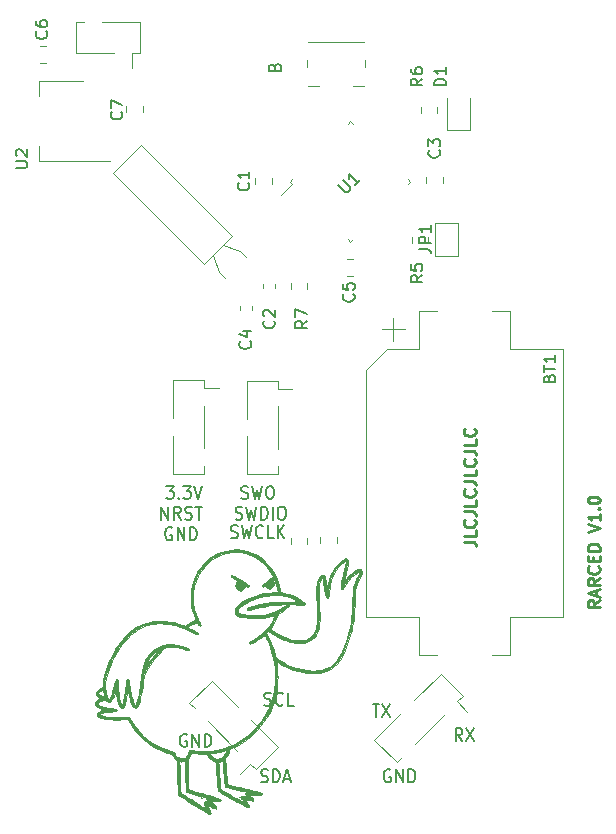
<source format=gbr>
%TF.GenerationSoftware,KiCad,Pcbnew,(5.1.6)-1*%
%TF.CreationDate,2020-12-12T17:11:39+01:00*%
%TF.ProjectId,stm32L412K8T6,73746d33-324c-4343-9132-4b3854362e6b,rev?*%
%TF.SameCoordinates,Original*%
%TF.FileFunction,Legend,Top*%
%TF.FilePolarity,Positive*%
%FSLAX46Y46*%
G04 Gerber Fmt 4.6, Leading zero omitted, Abs format (unit mm)*
G04 Created by KiCad (PCBNEW (5.1.6)-1) date 2020-12-12 17:11:39*
%MOMM*%
%LPD*%
G01*
G04 APERTURE LIST*
%ADD10C,0.250000*%
%ADD11C,0.200000*%
%ADD12C,0.010000*%
%ADD13C,0.120000*%
%ADD14C,0.150000*%
G04 APERTURE END LIST*
D10*
X213952380Y-109571428D02*
X213476190Y-109904761D01*
X213952380Y-110142857D02*
X212952380Y-110142857D01*
X212952380Y-109761904D01*
X213000000Y-109666666D01*
X213047619Y-109619047D01*
X213142857Y-109571428D01*
X213285714Y-109571428D01*
X213380952Y-109619047D01*
X213428571Y-109666666D01*
X213476190Y-109761904D01*
X213476190Y-110142857D01*
X213666666Y-109190476D02*
X213666666Y-108714285D01*
X213952380Y-109285714D02*
X212952380Y-108952380D01*
X213952380Y-108619047D01*
X213952380Y-107714285D02*
X213476190Y-108047619D01*
X213952380Y-108285714D02*
X212952380Y-108285714D01*
X212952380Y-107904761D01*
X213000000Y-107809523D01*
X213047619Y-107761904D01*
X213142857Y-107714285D01*
X213285714Y-107714285D01*
X213380952Y-107761904D01*
X213428571Y-107809523D01*
X213476190Y-107904761D01*
X213476190Y-108285714D01*
X213857142Y-106714285D02*
X213904761Y-106761904D01*
X213952380Y-106904761D01*
X213952380Y-107000000D01*
X213904761Y-107142857D01*
X213809523Y-107238095D01*
X213714285Y-107285714D01*
X213523809Y-107333333D01*
X213380952Y-107333333D01*
X213190476Y-107285714D01*
X213095238Y-107238095D01*
X213000000Y-107142857D01*
X212952380Y-107000000D01*
X212952380Y-106904761D01*
X213000000Y-106761904D01*
X213047619Y-106714285D01*
X213428571Y-106285714D02*
X213428571Y-105952380D01*
X213952380Y-105809523D02*
X213952380Y-106285714D01*
X212952380Y-106285714D01*
X212952380Y-105809523D01*
X213952380Y-105380952D02*
X212952380Y-105380952D01*
X212952380Y-105142857D01*
X213000000Y-105000000D01*
X213095238Y-104904761D01*
X213190476Y-104857142D01*
X213380952Y-104809523D01*
X213523809Y-104809523D01*
X213714285Y-104857142D01*
X213809523Y-104904761D01*
X213904761Y-105000000D01*
X213952380Y-105142857D01*
X213952380Y-105380952D01*
X212952380Y-103761904D02*
X213952380Y-103428571D01*
X212952380Y-103095238D01*
X213952380Y-102238095D02*
X213952380Y-102809523D01*
X213952380Y-102523809D02*
X212952380Y-102523809D01*
X213095238Y-102619047D01*
X213190476Y-102714285D01*
X213238095Y-102809523D01*
X213857142Y-101809523D02*
X213904761Y-101761904D01*
X213952380Y-101809523D01*
X213904761Y-101857142D01*
X213857142Y-101809523D01*
X213952380Y-101809523D01*
X212952380Y-101142857D02*
X212952380Y-101047619D01*
X213000000Y-100952380D01*
X213047619Y-100904761D01*
X213142857Y-100857142D01*
X213333333Y-100809523D01*
X213571428Y-100809523D01*
X213761904Y-100857142D01*
X213857142Y-100904761D01*
X213904761Y-100952380D01*
X213952380Y-101047619D01*
X213952380Y-101142857D01*
X213904761Y-101238095D01*
X213857142Y-101285714D01*
X213761904Y-101333333D01*
X213571428Y-101380952D01*
X213333333Y-101380952D01*
X213142857Y-101333333D01*
X213047619Y-101285714D01*
X213000000Y-101238095D01*
X212952380Y-101142857D01*
D11*
X194738095Y-118397619D02*
X195309523Y-118397619D01*
X195023809Y-119497619D02*
X195023809Y-118397619D01*
X195547619Y-118397619D02*
X196214285Y-119497619D01*
X196214285Y-118397619D02*
X195547619Y-119497619D01*
X202333333Y-121497619D02*
X202000000Y-120973809D01*
X201761904Y-121497619D02*
X201761904Y-120397619D01*
X202142857Y-120397619D01*
X202238095Y-120450000D01*
X202285714Y-120502380D01*
X202333333Y-120607142D01*
X202333333Y-120764285D01*
X202285714Y-120869047D01*
X202238095Y-120921428D01*
X202142857Y-120973809D01*
X201761904Y-120973809D01*
X202666666Y-120397619D02*
X203333333Y-121497619D01*
X203333333Y-120397619D02*
X202666666Y-121497619D01*
X178988095Y-120950000D02*
X178892857Y-120897619D01*
X178750000Y-120897619D01*
X178607142Y-120950000D01*
X178511904Y-121054761D01*
X178464285Y-121159523D01*
X178416666Y-121369047D01*
X178416666Y-121526190D01*
X178464285Y-121735714D01*
X178511904Y-121840476D01*
X178607142Y-121945238D01*
X178750000Y-121997619D01*
X178845238Y-121997619D01*
X178988095Y-121945238D01*
X179035714Y-121892857D01*
X179035714Y-121526190D01*
X178845238Y-121526190D01*
X179464285Y-121997619D02*
X179464285Y-120897619D01*
X180035714Y-121997619D01*
X180035714Y-120897619D01*
X180511904Y-121997619D02*
X180511904Y-120897619D01*
X180750000Y-120897619D01*
X180892857Y-120950000D01*
X180988095Y-121054761D01*
X181035714Y-121159523D01*
X181083333Y-121369047D01*
X181083333Y-121526190D01*
X181035714Y-121735714D01*
X180988095Y-121840476D01*
X180892857Y-121945238D01*
X180750000Y-121997619D01*
X180511904Y-121997619D01*
X196238095Y-123950000D02*
X196142857Y-123897619D01*
X196000000Y-123897619D01*
X195857142Y-123950000D01*
X195761904Y-124054761D01*
X195714285Y-124159523D01*
X195666666Y-124369047D01*
X195666666Y-124526190D01*
X195714285Y-124735714D01*
X195761904Y-124840476D01*
X195857142Y-124945238D01*
X196000000Y-124997619D01*
X196095238Y-124997619D01*
X196238095Y-124945238D01*
X196285714Y-124892857D01*
X196285714Y-124526190D01*
X196095238Y-124526190D01*
X196714285Y-124997619D02*
X196714285Y-123897619D01*
X197285714Y-124997619D01*
X197285714Y-123897619D01*
X197761904Y-124997619D02*
X197761904Y-123897619D01*
X198000000Y-123897619D01*
X198142857Y-123950000D01*
X198238095Y-124054761D01*
X198285714Y-124159523D01*
X198333333Y-124369047D01*
X198333333Y-124526190D01*
X198285714Y-124735714D01*
X198238095Y-124840476D01*
X198142857Y-124945238D01*
X198000000Y-124997619D01*
X197761904Y-124997619D01*
X185285714Y-124945238D02*
X185428571Y-124997619D01*
X185666666Y-124997619D01*
X185761904Y-124945238D01*
X185809523Y-124892857D01*
X185857142Y-124788095D01*
X185857142Y-124683333D01*
X185809523Y-124578571D01*
X185761904Y-124526190D01*
X185666666Y-124473809D01*
X185476190Y-124421428D01*
X185380952Y-124369047D01*
X185333333Y-124316666D01*
X185285714Y-124211904D01*
X185285714Y-124107142D01*
X185333333Y-124002380D01*
X185380952Y-123950000D01*
X185476190Y-123897619D01*
X185714285Y-123897619D01*
X185857142Y-123950000D01*
X186285714Y-124997619D02*
X186285714Y-123897619D01*
X186523809Y-123897619D01*
X186666666Y-123950000D01*
X186761904Y-124054761D01*
X186809523Y-124159523D01*
X186857142Y-124369047D01*
X186857142Y-124526190D01*
X186809523Y-124735714D01*
X186761904Y-124840476D01*
X186666666Y-124945238D01*
X186523809Y-124997619D01*
X186285714Y-124997619D01*
X187238095Y-124683333D02*
X187714285Y-124683333D01*
X187142857Y-124997619D02*
X187476190Y-123897619D01*
X187809523Y-124997619D01*
X185559523Y-118445238D02*
X185702380Y-118497619D01*
X185940476Y-118497619D01*
X186035714Y-118445238D01*
X186083333Y-118392857D01*
X186130952Y-118288095D01*
X186130952Y-118183333D01*
X186083333Y-118078571D01*
X186035714Y-118026190D01*
X185940476Y-117973809D01*
X185750000Y-117921428D01*
X185654761Y-117869047D01*
X185607142Y-117816666D01*
X185559523Y-117711904D01*
X185559523Y-117607142D01*
X185607142Y-117502380D01*
X185654761Y-117450000D01*
X185750000Y-117397619D01*
X185988095Y-117397619D01*
X186130952Y-117450000D01*
X187130952Y-118392857D02*
X187083333Y-118445238D01*
X186940476Y-118497619D01*
X186845238Y-118497619D01*
X186702380Y-118445238D01*
X186607142Y-118340476D01*
X186559523Y-118235714D01*
X186511904Y-118026190D01*
X186511904Y-117869047D01*
X186559523Y-117659523D01*
X186607142Y-117554761D01*
X186702380Y-117450000D01*
X186845238Y-117397619D01*
X186940476Y-117397619D01*
X187083333Y-117450000D01*
X187130952Y-117502380D01*
X188035714Y-118497619D02*
X187559523Y-118497619D01*
X187559523Y-117397619D01*
X182738095Y-104270238D02*
X182880952Y-104322619D01*
X183119047Y-104322619D01*
X183214285Y-104270238D01*
X183261904Y-104217857D01*
X183309523Y-104113095D01*
X183309523Y-104008333D01*
X183261904Y-103903571D01*
X183214285Y-103851190D01*
X183119047Y-103798809D01*
X182928571Y-103746428D01*
X182833333Y-103694047D01*
X182785714Y-103641666D01*
X182738095Y-103536904D01*
X182738095Y-103432142D01*
X182785714Y-103327380D01*
X182833333Y-103275000D01*
X182928571Y-103222619D01*
X183166666Y-103222619D01*
X183309523Y-103275000D01*
X183642857Y-103222619D02*
X183880952Y-104322619D01*
X184071428Y-103536904D01*
X184261904Y-104322619D01*
X184500000Y-103222619D01*
X185452380Y-104217857D02*
X185404761Y-104270238D01*
X185261904Y-104322619D01*
X185166666Y-104322619D01*
X185023809Y-104270238D01*
X184928571Y-104165476D01*
X184880952Y-104060714D01*
X184833333Y-103851190D01*
X184833333Y-103694047D01*
X184880952Y-103484523D01*
X184928571Y-103379761D01*
X185023809Y-103275000D01*
X185166666Y-103222619D01*
X185261904Y-103222619D01*
X185404761Y-103275000D01*
X185452380Y-103327380D01*
X186357142Y-104322619D02*
X185880952Y-104322619D01*
X185880952Y-103222619D01*
X186690476Y-104322619D02*
X186690476Y-103222619D01*
X187261904Y-104322619D02*
X186833333Y-103694047D01*
X187261904Y-103222619D02*
X186690476Y-103851190D01*
X183130952Y-102695238D02*
X183273809Y-102747619D01*
X183511904Y-102747619D01*
X183607142Y-102695238D01*
X183654761Y-102642857D01*
X183702380Y-102538095D01*
X183702380Y-102433333D01*
X183654761Y-102328571D01*
X183607142Y-102276190D01*
X183511904Y-102223809D01*
X183321428Y-102171428D01*
X183226190Y-102119047D01*
X183178571Y-102066666D01*
X183130952Y-101961904D01*
X183130952Y-101857142D01*
X183178571Y-101752380D01*
X183226190Y-101700000D01*
X183321428Y-101647619D01*
X183559523Y-101647619D01*
X183702380Y-101700000D01*
X184035714Y-101647619D02*
X184273809Y-102747619D01*
X184464285Y-101961904D01*
X184654761Y-102747619D01*
X184892857Y-101647619D01*
X185273809Y-102747619D02*
X185273809Y-101647619D01*
X185511904Y-101647619D01*
X185654761Y-101700000D01*
X185750000Y-101804761D01*
X185797619Y-101909523D01*
X185845238Y-102119047D01*
X185845238Y-102276190D01*
X185797619Y-102485714D01*
X185750000Y-102590476D01*
X185654761Y-102695238D01*
X185511904Y-102747619D01*
X185273809Y-102747619D01*
X186273809Y-102747619D02*
X186273809Y-101647619D01*
X186940476Y-101647619D02*
X187130952Y-101647619D01*
X187226190Y-101700000D01*
X187321428Y-101804761D01*
X187369047Y-102014285D01*
X187369047Y-102380952D01*
X187321428Y-102590476D01*
X187226190Y-102695238D01*
X187130952Y-102747619D01*
X186940476Y-102747619D01*
X186845238Y-102695238D01*
X186750000Y-102590476D01*
X186702380Y-102380952D01*
X186702380Y-102014285D01*
X186750000Y-101804761D01*
X186845238Y-101700000D01*
X186940476Y-101647619D01*
X183619047Y-100945238D02*
X183761904Y-100997619D01*
X184000000Y-100997619D01*
X184095238Y-100945238D01*
X184142857Y-100892857D01*
X184190476Y-100788095D01*
X184190476Y-100683333D01*
X184142857Y-100578571D01*
X184095238Y-100526190D01*
X184000000Y-100473809D01*
X183809523Y-100421428D01*
X183714285Y-100369047D01*
X183666666Y-100316666D01*
X183619047Y-100211904D01*
X183619047Y-100107142D01*
X183666666Y-100002380D01*
X183714285Y-99950000D01*
X183809523Y-99897619D01*
X184047619Y-99897619D01*
X184190476Y-99950000D01*
X184523809Y-99897619D02*
X184761904Y-100997619D01*
X184952380Y-100211904D01*
X185142857Y-100997619D01*
X185380952Y-99897619D01*
X185952380Y-99897619D02*
X186142857Y-99897619D01*
X186238095Y-99950000D01*
X186333333Y-100054761D01*
X186380952Y-100264285D01*
X186380952Y-100630952D01*
X186333333Y-100840476D01*
X186238095Y-100945238D01*
X186142857Y-100997619D01*
X185952380Y-100997619D01*
X185857142Y-100945238D01*
X185761904Y-100840476D01*
X185714285Y-100630952D01*
X185714285Y-100264285D01*
X185761904Y-100054761D01*
X185857142Y-99950000D01*
X185952380Y-99897619D01*
X177273809Y-99897619D02*
X177892857Y-99897619D01*
X177559523Y-100316666D01*
X177702380Y-100316666D01*
X177797619Y-100369047D01*
X177845238Y-100421428D01*
X177892857Y-100526190D01*
X177892857Y-100788095D01*
X177845238Y-100892857D01*
X177797619Y-100945238D01*
X177702380Y-100997619D01*
X177416666Y-100997619D01*
X177321428Y-100945238D01*
X177273809Y-100892857D01*
X178321428Y-100892857D02*
X178369047Y-100945238D01*
X178321428Y-100997619D01*
X178273809Y-100945238D01*
X178321428Y-100892857D01*
X178321428Y-100997619D01*
X178702380Y-99897619D02*
X179321428Y-99897619D01*
X178988095Y-100316666D01*
X179130952Y-100316666D01*
X179226190Y-100369047D01*
X179273809Y-100421428D01*
X179321428Y-100526190D01*
X179321428Y-100788095D01*
X179273809Y-100892857D01*
X179226190Y-100945238D01*
X179130952Y-100997619D01*
X178845238Y-100997619D01*
X178750000Y-100945238D01*
X178702380Y-100892857D01*
X179607142Y-99897619D02*
X179940476Y-100997619D01*
X180273809Y-99897619D01*
X176857142Y-102747619D02*
X176857142Y-101647619D01*
X177428571Y-102747619D01*
X177428571Y-101647619D01*
X178476190Y-102747619D02*
X178142857Y-102223809D01*
X177904761Y-102747619D02*
X177904761Y-101647619D01*
X178285714Y-101647619D01*
X178380952Y-101700000D01*
X178428571Y-101752380D01*
X178476190Y-101857142D01*
X178476190Y-102014285D01*
X178428571Y-102119047D01*
X178380952Y-102171428D01*
X178285714Y-102223809D01*
X177904761Y-102223809D01*
X178857142Y-102695238D02*
X179000000Y-102747619D01*
X179238095Y-102747619D01*
X179333333Y-102695238D01*
X179380952Y-102642857D01*
X179428571Y-102538095D01*
X179428571Y-102433333D01*
X179380952Y-102328571D01*
X179333333Y-102276190D01*
X179238095Y-102223809D01*
X179047619Y-102171428D01*
X178952380Y-102119047D01*
X178904761Y-102066666D01*
X178857142Y-101961904D01*
X178857142Y-101857142D01*
X178904761Y-101752380D01*
X178952380Y-101700000D01*
X179047619Y-101647619D01*
X179285714Y-101647619D01*
X179428571Y-101700000D01*
X179714285Y-101647619D02*
X180285714Y-101647619D01*
X180000000Y-102747619D02*
X180000000Y-101647619D01*
X177738095Y-103450000D02*
X177642857Y-103397619D01*
X177500000Y-103397619D01*
X177357142Y-103450000D01*
X177261904Y-103554761D01*
X177214285Y-103659523D01*
X177166666Y-103869047D01*
X177166666Y-104026190D01*
X177214285Y-104235714D01*
X177261904Y-104340476D01*
X177357142Y-104445238D01*
X177500000Y-104497619D01*
X177595238Y-104497619D01*
X177738095Y-104445238D01*
X177785714Y-104392857D01*
X177785714Y-104026190D01*
X177595238Y-104026190D01*
X178214285Y-104497619D02*
X178214285Y-103397619D01*
X178785714Y-104497619D01*
X178785714Y-103397619D01*
X179261904Y-104497619D02*
X179261904Y-103397619D01*
X179500000Y-103397619D01*
X179642857Y-103450000D01*
X179738095Y-103554761D01*
X179785714Y-103659523D01*
X179833333Y-103869047D01*
X179833333Y-104026190D01*
X179785714Y-104235714D01*
X179738095Y-104340476D01*
X179642857Y-104445238D01*
X179500000Y-104497619D01*
X179261904Y-104497619D01*
D10*
X202452380Y-104619047D02*
X203166666Y-104619047D01*
X203309523Y-104666666D01*
X203404761Y-104761904D01*
X203452380Y-104904761D01*
X203452380Y-105000000D01*
X203452380Y-103666666D02*
X203452380Y-104142857D01*
X202452380Y-104142857D01*
X203357142Y-102761904D02*
X203404761Y-102809523D01*
X203452380Y-102952380D01*
X203452380Y-103047619D01*
X203404761Y-103190476D01*
X203309523Y-103285714D01*
X203214285Y-103333333D01*
X203023809Y-103380952D01*
X202880952Y-103380952D01*
X202690476Y-103333333D01*
X202595238Y-103285714D01*
X202500000Y-103190476D01*
X202452380Y-103047619D01*
X202452380Y-102952380D01*
X202500000Y-102809523D01*
X202547619Y-102761904D01*
X202452380Y-102047619D02*
X203166666Y-102047619D01*
X203309523Y-102095238D01*
X203404761Y-102190476D01*
X203452380Y-102333333D01*
X203452380Y-102428571D01*
X203452380Y-101095238D02*
X203452380Y-101571428D01*
X202452380Y-101571428D01*
X203357142Y-100190476D02*
X203404761Y-100238095D01*
X203452380Y-100380952D01*
X203452380Y-100476190D01*
X203404761Y-100619047D01*
X203309523Y-100714285D01*
X203214285Y-100761904D01*
X203023809Y-100809523D01*
X202880952Y-100809523D01*
X202690476Y-100761904D01*
X202595238Y-100714285D01*
X202500000Y-100619047D01*
X202452380Y-100476190D01*
X202452380Y-100380952D01*
X202500000Y-100238095D01*
X202547619Y-100190476D01*
X202452380Y-99476190D02*
X203166666Y-99476190D01*
X203309523Y-99523809D01*
X203404761Y-99619047D01*
X203452380Y-99761904D01*
X203452380Y-99857142D01*
X203452380Y-98523809D02*
X203452380Y-99000000D01*
X202452380Y-99000000D01*
X203357142Y-97619047D02*
X203404761Y-97666666D01*
X203452380Y-97809523D01*
X203452380Y-97904761D01*
X203404761Y-98047619D01*
X203309523Y-98142857D01*
X203214285Y-98190476D01*
X203023809Y-98238095D01*
X202880952Y-98238095D01*
X202690476Y-98190476D01*
X202595238Y-98142857D01*
X202500000Y-98047619D01*
X202452380Y-97904761D01*
X202452380Y-97809523D01*
X202500000Y-97666666D01*
X202547619Y-97619047D01*
X202452380Y-96904761D02*
X203166666Y-96904761D01*
X203309523Y-96952380D01*
X203404761Y-97047619D01*
X203452380Y-97190476D01*
X203452380Y-97285714D01*
X203452380Y-95952380D02*
X203452380Y-96428571D01*
X202452380Y-96428571D01*
X203357142Y-95047619D02*
X203404761Y-95095238D01*
X203452380Y-95238095D01*
X203452380Y-95333333D01*
X203404761Y-95476190D01*
X203309523Y-95571428D01*
X203214285Y-95619047D01*
X203023809Y-95666666D01*
X202880952Y-95666666D01*
X202690476Y-95619047D01*
X202595238Y-95571428D01*
X202500000Y-95476190D01*
X202452380Y-95333333D01*
X202452380Y-95238095D01*
X202500000Y-95095238D01*
X202547619Y-95047619D01*
D12*
%TO.C,G\u002A\u002A\u002A*%
G36*
X183652127Y-105309660D02*
G01*
X184100856Y-105408810D01*
X184542525Y-105567333D01*
X184753023Y-105665609D01*
X185091404Y-105865700D01*
X185422143Y-106118042D01*
X185736347Y-106413177D01*
X186025122Y-106741646D01*
X186279572Y-107093991D01*
X186490803Y-107460751D01*
X186543050Y-107569206D01*
X186624702Y-107769610D01*
X186705510Y-108008888D01*
X186778637Y-108264533D01*
X186837248Y-108514036D01*
X186850368Y-108581027D01*
X186875054Y-108706601D01*
X186897545Y-108808062D01*
X186914517Y-108870986D01*
X186920159Y-108883801D01*
X186954964Y-108896984D01*
X187030139Y-108914023D01*
X187129585Y-108931284D01*
X187132139Y-108931671D01*
X187567968Y-109025950D01*
X187988510Y-109173177D01*
X188385424Y-109369678D01*
X188750370Y-109611780D01*
X188843374Y-109685337D01*
X188927853Y-109760056D01*
X188972398Y-109816256D01*
X188986078Y-109866766D01*
X188985202Y-109885944D01*
X188976604Y-109928823D01*
X188953262Y-109951793D01*
X188901138Y-109960803D01*
X188806215Y-109961802D01*
X188717332Y-109959639D01*
X188586419Y-109954643D01*
X188428246Y-109947461D01*
X188257580Y-109938738D01*
X188176660Y-109934257D01*
X187717765Y-109908153D01*
X187670873Y-109985807D01*
X187613689Y-110057554D01*
X187518779Y-110151888D01*
X187397162Y-110259577D01*
X187259859Y-110371390D01*
X187117889Y-110478095D01*
X186982271Y-110570461D01*
X186945930Y-110593110D01*
X186712789Y-110734812D01*
X186586195Y-111043439D01*
X186515173Y-111201221D01*
X186423741Y-111382652D01*
X186325378Y-111561804D01*
X186258853Y-111673191D01*
X186184798Y-111795894D01*
X186126977Y-111899969D01*
X186090699Y-111975218D01*
X186081268Y-112011443D01*
X186082189Y-112012680D01*
X186479026Y-112293047D01*
X186871230Y-112523015D01*
X187273508Y-112710234D01*
X187700567Y-112862355D01*
X187737113Y-112873499D01*
X187849407Y-112905593D01*
X187947645Y-112928130D01*
X188046373Y-112942746D01*
X188160133Y-112951082D01*
X188303470Y-112954774D01*
X188464893Y-112955485D01*
X188668057Y-112953586D01*
X188827840Y-112946258D01*
X188957694Y-112930768D01*
X189071072Y-112904381D01*
X189181425Y-112864363D01*
X189302205Y-112807982D01*
X189375084Y-112770511D01*
X189520535Y-112677761D01*
X189643237Y-112560239D01*
X189748153Y-112409938D01*
X189840247Y-112218853D01*
X189924482Y-111978977D01*
X189974581Y-111803575D01*
X190015901Y-111622940D01*
X190044540Y-111432239D01*
X190060712Y-111222648D01*
X190064633Y-110985342D01*
X190056518Y-110711496D01*
X190036583Y-110392285D01*
X190015346Y-110132990D01*
X189988159Y-109771879D01*
X189970778Y-109422906D01*
X189963145Y-109094187D01*
X189965206Y-108793836D01*
X189976903Y-108529966D01*
X189998180Y-108310693D01*
X190028981Y-108144130D01*
X190029155Y-108143458D01*
X190105926Y-107892844D01*
X190192108Y-107693774D01*
X190286041Y-107548353D01*
X190386066Y-107458681D01*
X190490522Y-107426863D01*
X190579705Y-107446035D01*
X190640905Y-107483671D01*
X190685306Y-107539902D01*
X190716601Y-107625222D01*
X190738483Y-107750120D01*
X190754643Y-107925088D01*
X190756209Y-107947538D01*
X190769510Y-108109549D01*
X190786302Y-108265546D01*
X190804944Y-108404730D01*
X190823796Y-108516302D01*
X190841216Y-108589461D01*
X190855564Y-108613408D01*
X190857201Y-108612255D01*
X190867973Y-108577688D01*
X190885531Y-108497949D01*
X190906519Y-108388601D01*
X190911788Y-108359146D01*
X191015060Y-107921444D01*
X191166898Y-107490254D01*
X191360366Y-107083892D01*
X191458374Y-106915282D01*
X191578584Y-106742514D01*
X191723345Y-106568699D01*
X191882513Y-106403311D01*
X192045946Y-106255820D01*
X192203499Y-106135699D01*
X192345029Y-106052419D01*
X192410318Y-106026381D01*
X192509093Y-106021098D01*
X192599567Y-106058730D01*
X192662895Y-106129275D01*
X192677287Y-106168089D01*
X192684587Y-106206964D01*
X192686872Y-106249133D01*
X192682587Y-106303391D01*
X192670176Y-106378533D01*
X192648083Y-106483353D01*
X192614753Y-106626646D01*
X192568630Y-106817207D01*
X192546447Y-106907837D01*
X192495696Y-107118058D01*
X192447081Y-107325354D01*
X192402489Y-107521065D01*
X192363808Y-107696531D01*
X192332928Y-107843091D01*
X192311738Y-107952086D01*
X192302124Y-108014856D01*
X192302474Y-108026559D01*
X192321376Y-108008339D01*
X192362507Y-107953323D01*
X192397002Y-107903108D01*
X192524859Y-107733898D01*
X192690740Y-107548671D01*
X192882483Y-107360478D01*
X193001624Y-107254359D01*
X193197865Y-107098155D01*
X193365141Y-106992067D01*
X193506312Y-106935047D01*
X193624239Y-106926049D01*
X193721780Y-106964027D01*
X193745113Y-106982305D01*
X193795628Y-107064050D01*
X193812952Y-107181946D01*
X193797320Y-107322199D01*
X193748969Y-107471015D01*
X193736297Y-107498714D01*
X193616301Y-107749669D01*
X193520370Y-107953007D01*
X193445594Y-108115458D01*
X193389065Y-108243753D01*
X193347875Y-108344621D01*
X193319116Y-108424792D01*
X193299880Y-108490995D01*
X193291429Y-108528129D01*
X193281074Y-108604740D01*
X193269809Y-108732799D01*
X193258272Y-108902051D01*
X193247099Y-109102241D01*
X193236927Y-109323115D01*
X193229152Y-109531166D01*
X193210481Y-110002743D01*
X193186930Y-110422726D01*
X193157377Y-110801112D01*
X193120699Y-111147899D01*
X193075775Y-111473082D01*
X193021482Y-111786659D01*
X192956700Y-112098626D01*
X192926076Y-112231652D01*
X192776198Y-112798630D01*
X192605495Y-113315258D01*
X192410455Y-113789984D01*
X192187566Y-114231256D01*
X191933315Y-114647522D01*
X191902954Y-114692630D01*
X191706269Y-114955511D01*
X191502001Y-115171468D01*
X191281767Y-115345589D01*
X191037189Y-115482962D01*
X190759885Y-115588676D01*
X190441475Y-115667820D01*
X190239190Y-115702871D01*
X189983290Y-115734164D01*
X189738410Y-115746967D01*
X189484839Y-115741333D01*
X189202870Y-115717316D01*
X189104871Y-115705934D01*
X188532345Y-115609678D01*
X187993505Y-115464647D01*
X187486344Y-115270132D01*
X187008855Y-115025420D01*
X186775571Y-114880702D01*
X186687022Y-114824746D01*
X186619032Y-114786274D01*
X186584303Y-114772377D01*
X186582612Y-114772978D01*
X186581539Y-114807561D01*
X186591760Y-114880868D01*
X186599299Y-114920327D01*
X186625712Y-115086240D01*
X186647897Y-115299674D01*
X186665116Y-115546541D01*
X186676628Y-115812751D01*
X186681694Y-116084218D01*
X186679575Y-116346851D01*
X186677703Y-116413548D01*
X186653670Y-116843483D01*
X186608867Y-117236050D01*
X186539484Y-117610189D01*
X186441708Y-117984838D01*
X186311728Y-118378938D01*
X186246913Y-118554036D01*
X186109884Y-118867053D01*
X185930839Y-119201207D01*
X185716661Y-119546091D01*
X185474232Y-119891300D01*
X185210434Y-120226426D01*
X184934390Y-120538681D01*
X184756070Y-120726081D01*
X184604763Y-120879041D01*
X184468690Y-121008266D01*
X184336072Y-121124464D01*
X184195133Y-121238344D01*
X184034093Y-121360614D01*
X184013494Y-121375888D01*
X183742243Y-121568251D01*
X183482142Y-121733453D01*
X183210539Y-121885034D01*
X182921497Y-122028625D01*
X182583251Y-122189013D01*
X182534580Y-122391999D01*
X182464435Y-122613320D01*
X182372974Y-122784987D01*
X182307805Y-122862950D01*
X182283890Y-122889701D01*
X182266890Y-122921715D01*
X182256625Y-122967443D01*
X182252912Y-123035340D01*
X182255571Y-123133859D01*
X182264421Y-123271452D01*
X182279280Y-123456573D01*
X182291918Y-123604556D01*
X182310471Y-123822265D01*
X182331549Y-124073753D01*
X182352848Y-124331298D01*
X182372062Y-124567174D01*
X182376319Y-124620109D01*
X182391388Y-124793501D01*
X182406790Y-124945094D01*
X182421270Y-125064326D01*
X182433579Y-125140633D01*
X182440728Y-125163436D01*
X182474272Y-125176090D01*
X182554840Y-125198939D01*
X182673734Y-125229746D01*
X182822257Y-125266271D01*
X182991712Y-125306278D01*
X183032195Y-125315614D01*
X183249491Y-125365953D01*
X183500653Y-125424868D01*
X183764079Y-125487249D01*
X184018166Y-125547981D01*
X184212598Y-125594960D01*
X184408819Y-125642527D01*
X184602316Y-125689143D01*
X184780575Y-125731814D01*
X184931082Y-125767549D01*
X185041323Y-125793353D01*
X185058707Y-125797349D01*
X185203845Y-125836254D01*
X185296463Y-125875973D01*
X185340894Y-125919585D01*
X185341468Y-125970169D01*
X185331421Y-125991287D01*
X185313235Y-126010296D01*
X185278457Y-126024801D01*
X185219169Y-126035791D01*
X185127455Y-126044256D01*
X184995398Y-126051183D01*
X184815081Y-126057563D01*
X184796327Y-126058141D01*
X184291072Y-126073572D01*
X184465161Y-126224991D01*
X184571757Y-126330800D01*
X184631150Y-126420316D01*
X184642038Y-126490273D01*
X184603121Y-126537409D01*
X184591799Y-126542776D01*
X184545860Y-126543796D01*
X184458557Y-126531162D01*
X184343468Y-126507231D01*
X184243632Y-126482366D01*
X184121416Y-126450587D01*
X184021775Y-126426198D01*
X183956237Y-126411923D01*
X183936008Y-126409694D01*
X183947412Y-126437084D01*
X183983621Y-126505597D01*
X184038740Y-126604390D01*
X184095871Y-126703755D01*
X184179571Y-126855329D01*
X184228841Y-126966116D01*
X184245250Y-127043124D01*
X184230366Y-127093361D01*
X184189550Y-127122308D01*
X184145917Y-127115899D01*
X184060045Y-127082039D01*
X183939070Y-127023933D01*
X183790129Y-126944786D01*
X183772812Y-126935193D01*
X183637414Y-126859946D01*
X183464459Y-126763897D01*
X183267052Y-126654318D01*
X183058297Y-126538483D01*
X182851299Y-126423665D01*
X182761982Y-126374138D01*
X182476276Y-126215325D01*
X182238372Y-126082149D01*
X182045130Y-125972781D01*
X181893408Y-125885392D01*
X181780064Y-125818154D01*
X181701956Y-125769238D01*
X181655944Y-125736813D01*
X181639665Y-125720757D01*
X181634450Y-125699904D01*
X181627746Y-125650812D01*
X181619232Y-125569578D01*
X181608590Y-125452296D01*
X181595500Y-125295061D01*
X181579642Y-125093969D01*
X181560697Y-124845114D01*
X181538344Y-124544593D01*
X181512264Y-124188499D01*
X181496749Y-123974909D01*
X181479027Y-123734323D01*
X181464298Y-123548319D01*
X181451474Y-123409911D01*
X181447710Y-123379246D01*
X181679177Y-123379246D01*
X181686272Y-123500363D01*
X181697912Y-123644405D01*
X181710014Y-123793559D01*
X181725066Y-123988904D01*
X181741926Y-124215066D01*
X181759456Y-124456669D01*
X181776516Y-124698338D01*
X181782734Y-124788407D01*
X181798241Y-124998706D01*
X181814382Y-125189563D01*
X181830231Y-125352003D01*
X181844862Y-125477049D01*
X181857347Y-125555726D01*
X181864281Y-125578360D01*
X181894916Y-125600314D01*
X181969435Y-125646307D01*
X182080976Y-125712473D01*
X182222680Y-125794949D01*
X182387687Y-125889867D01*
X182569137Y-125993364D01*
X182760172Y-126101575D01*
X182953930Y-126210633D01*
X183143552Y-126316676D01*
X183322178Y-126415836D01*
X183482948Y-126504250D01*
X183619003Y-126578052D01*
X183723483Y-126633378D01*
X183789528Y-126666361D01*
X183808957Y-126674052D01*
X183805134Y-126654257D01*
X183796353Y-126636816D01*
X183770315Y-126591272D01*
X183724645Y-126512571D01*
X183680901Y-126437691D01*
X183630501Y-126341851D01*
X183596365Y-126258155D01*
X183586842Y-126214525D01*
X183611702Y-126157693D01*
X183682909Y-126128423D01*
X183795401Y-126127845D01*
X183896710Y-126145280D01*
X183983517Y-126162736D01*
X184044538Y-126170686D01*
X184062957Y-126169072D01*
X184049429Y-126145868D01*
X184002487Y-126102814D01*
X183986688Y-126090269D01*
X183919244Y-126014385D01*
X183895695Y-125934079D01*
X183916496Y-125863524D01*
X183977939Y-125818369D01*
X184022046Y-125800220D01*
X184024814Y-125788273D01*
X183980520Y-125776651D01*
X183928163Y-125767248D01*
X183858181Y-125753259D01*
X183745020Y-125728552D01*
X183599314Y-125695635D01*
X183431699Y-125657014D01*
X183252811Y-125615196D01*
X183073284Y-125572688D01*
X182903753Y-125531997D01*
X182754854Y-125495630D01*
X182637222Y-125466094D01*
X182561493Y-125445896D01*
X182548656Y-125442070D01*
X182459038Y-125417859D01*
X182360955Y-125396618D01*
X182358561Y-125396180D01*
X182313209Y-125384862D01*
X182277376Y-125364448D01*
X182249124Y-125327565D01*
X182226515Y-125266843D01*
X182207612Y-125174912D01*
X182190478Y-125044400D01*
X182173176Y-124867936D01*
X182153766Y-124638150D01*
X182151281Y-124607594D01*
X182135798Y-124419817D01*
X182121147Y-124247602D01*
X182108363Y-124102681D01*
X182098478Y-123996785D01*
X182092849Y-123944046D01*
X182086037Y-123874876D01*
X182077254Y-123761736D01*
X182067801Y-123622278D01*
X182061490Y-123518597D01*
X182051811Y-123381869D01*
X182040534Y-123269611D01*
X182029206Y-123195102D01*
X182021144Y-123171601D01*
X181983733Y-123172426D01*
X181914318Y-123191125D01*
X181881425Y-123202886D01*
X181805130Y-123229919D01*
X181752873Y-123244449D01*
X181743290Y-123245316D01*
X181711287Y-123244693D01*
X181690633Y-123260649D01*
X181680280Y-123302421D01*
X181679177Y-123379246D01*
X181447710Y-123379246D01*
X181439469Y-123312116D01*
X181427193Y-123247947D01*
X181413560Y-123210422D01*
X181397481Y-123192553D01*
X181377868Y-123187358D01*
X181374075Y-123187232D01*
X181279645Y-123163155D01*
X181163439Y-123099862D01*
X181037918Y-123007435D01*
X180915543Y-122895953D01*
X180808774Y-122775498D01*
X180739974Y-122674246D01*
X180688131Y-122583227D01*
X180941601Y-122583227D01*
X180963769Y-122632580D01*
X181021844Y-122702566D01*
X181103179Y-122781653D01*
X181195132Y-122858306D01*
X181285056Y-122920993D01*
X181347619Y-122953568D01*
X181494522Y-122987498D01*
X181662410Y-122988243D01*
X181825344Y-122957503D01*
X181927384Y-122915536D01*
X182052730Y-122821304D01*
X182172738Y-122688402D01*
X182270115Y-122538506D01*
X182318889Y-122424828D01*
X182343457Y-122341050D01*
X182356279Y-122286084D01*
X182356580Y-122274926D01*
X182327973Y-122279158D01*
X182257003Y-122296713D01*
X182156118Y-122324396D01*
X182093561Y-122342438D01*
X181949698Y-122380885D01*
X181780738Y-122420223D01*
X181600393Y-122457862D01*
X181422375Y-122491214D01*
X181260396Y-122517690D01*
X181128167Y-122534701D01*
X181048264Y-122539787D01*
X180969603Y-122549642D01*
X180941735Y-122580076D01*
X180941601Y-122583227D01*
X180688131Y-122583227D01*
X180680970Y-122570656D01*
X180420188Y-122569617D01*
X180243949Y-122564916D01*
X180041014Y-122553186D01*
X179831977Y-122536124D01*
X179637431Y-122515422D01*
X179477968Y-122492777D01*
X179470126Y-122491422D01*
X179403880Y-122481041D01*
X179363127Y-122486530D01*
X179337057Y-122519464D01*
X179314861Y-122591417D01*
X179293697Y-122680314D01*
X179256820Y-122778870D01*
X179196782Y-122886495D01*
X179163773Y-122932787D01*
X179063284Y-123060171D01*
X179095028Y-124319970D01*
X179102333Y-124592882D01*
X179109945Y-124846353D01*
X179117603Y-125073793D01*
X179125048Y-125268609D01*
X179132021Y-125424209D01*
X179138263Y-125534002D01*
X179143513Y-125591397D01*
X179145329Y-125598263D01*
X179176918Y-125611018D01*
X179255790Y-125637005D01*
X179374190Y-125673840D01*
X179524363Y-125719143D01*
X179698555Y-125770529D01*
X179832307Y-125809328D01*
X180043497Y-125870395D01*
X180259066Y-125933124D01*
X180465496Y-125993554D01*
X180649270Y-126047722D01*
X180796871Y-126091668D01*
X180842049Y-126105283D01*
X181110532Y-126186670D01*
X181329149Y-126253449D01*
X181502812Y-126307654D01*
X181636436Y-126351319D01*
X181734934Y-126386476D01*
X181803220Y-126415162D01*
X181846207Y-126439408D01*
X181868809Y-126461249D01*
X181875939Y-126482719D01*
X181872512Y-126505852D01*
X181864859Y-126528647D01*
X181850334Y-126559475D01*
X181826283Y-126580195D01*
X181783520Y-126591951D01*
X181712858Y-126595884D01*
X181605110Y-126593136D01*
X181451091Y-126584848D01*
X181425140Y-126583300D01*
X181289215Y-126575980D01*
X181175324Y-126571423D01*
X181094687Y-126569965D01*
X181058525Y-126571941D01*
X181057803Y-126572327D01*
X181071863Y-126596708D01*
X181119046Y-126654750D01*
X181191555Y-126737234D01*
X181264018Y-126816185D01*
X181383962Y-126953814D01*
X181457165Y-127060613D01*
X181484736Y-127139135D01*
X181467782Y-127191934D01*
X181436027Y-127212610D01*
X181391550Y-127207993D01*
X181306924Y-127179423D01*
X181192715Y-127130903D01*
X181087595Y-127080634D01*
X180968710Y-127022141D01*
X180870410Y-126975508D01*
X180803111Y-126945556D01*
X180777302Y-126937001D01*
X180785147Y-126966286D01*
X180812390Y-127040143D01*
X180854629Y-127147082D01*
X180902084Y-127262733D01*
X180963230Y-127415500D01*
X180999414Y-127522240D01*
X181012951Y-127591091D01*
X181006448Y-127629700D01*
X180967604Y-127672865D01*
X180914282Y-127680149D01*
X180835538Y-127650494D01*
X180756719Y-127605528D01*
X180579694Y-127496497D01*
X180363627Y-127362698D01*
X180118624Y-127210443D01*
X179854790Y-127046047D01*
X179582232Y-126875822D01*
X179311056Y-126706082D01*
X179051368Y-126543140D01*
X178813273Y-126393309D01*
X178606879Y-126262902D01*
X178566573Y-126237347D01*
X178253695Y-126038819D01*
X178235737Y-125747569D01*
X178230646Y-125649230D01*
X178224107Y-125498300D01*
X178216455Y-125303883D01*
X178208028Y-125075085D01*
X178199159Y-124821008D01*
X178190185Y-124550758D01*
X178181751Y-124283504D01*
X178148777Y-123210075D01*
X178374449Y-123210075D01*
X178394489Y-123777668D01*
X178401462Y-123982140D01*
X178409506Y-124229457D01*
X178418031Y-124500768D01*
X178426448Y-124777219D01*
X178434167Y-125039957D01*
X178436246Y-125112851D01*
X178443888Y-125361016D01*
X178451416Y-125553811D01*
X178459324Y-125697587D01*
X178468106Y-125798697D01*
X178478256Y-125863493D01*
X178490269Y-125898325D01*
X178498046Y-125907146D01*
X178557238Y-125945706D01*
X178656271Y-126009263D01*
X178785766Y-126091871D01*
X178936341Y-126187584D01*
X179098615Y-126290456D01*
X179263207Y-126394541D01*
X179420736Y-126493893D01*
X179561821Y-126582567D01*
X179677082Y-126654615D01*
X179690089Y-126662705D01*
X179833428Y-126752122D01*
X179978744Y-126843356D01*
X180108629Y-126925443D01*
X180202072Y-126985099D01*
X180296533Y-127040666D01*
X180375928Y-127077832D01*
X180424996Y-127089620D01*
X180428752Y-127088785D01*
X180454450Y-127086288D01*
X180449873Y-127095784D01*
X180460897Y-127121108D01*
X180506710Y-127164388D01*
X180572453Y-127213442D01*
X180643271Y-127256086D01*
X180648754Y-127258877D01*
X180640271Y-127234220D01*
X180612721Y-127165567D01*
X180570977Y-127064914D01*
X180542091Y-126996380D01*
X180493036Y-126876444D01*
X180454818Y-126775051D01*
X180432838Y-126706939D01*
X180429619Y-126689503D01*
X180454324Y-126630582D01*
X180513863Y-126588889D01*
X180586369Y-126576648D01*
X180617952Y-126584230D01*
X180668170Y-126598496D01*
X180685610Y-126592691D01*
X180703257Y-126595969D01*
X180742497Y-126629101D01*
X180785955Y-126664401D01*
X180798058Y-126658863D01*
X180780889Y-126621584D01*
X180736532Y-126561663D01*
X180723619Y-126546670D01*
X180675112Y-126481980D01*
X180664983Y-126430865D01*
X180676896Y-126390668D01*
X180688893Y-126351448D01*
X180678157Y-126324196D01*
X180634400Y-126299976D01*
X180547333Y-126269852D01*
X180532224Y-126265013D01*
X180429948Y-126233399D01*
X180293312Y-126192575D01*
X180143053Y-126148690D01*
X180045633Y-126120790D01*
X179771621Y-126042680D01*
X179547567Y-125977725D01*
X179368256Y-125924042D01*
X179228472Y-125879745D01*
X179123003Y-125842951D01*
X179046631Y-125811775D01*
X178994144Y-125784334D01*
X178960325Y-125758741D01*
X178939961Y-125733114D01*
X178932745Y-125718651D01*
X178922395Y-125662639D01*
X178912716Y-125545127D01*
X178903719Y-125366335D01*
X178895411Y-125126485D01*
X178887802Y-124825798D01*
X178880901Y-124464494D01*
X178880208Y-124422418D01*
X178875701Y-124154597D01*
X178871232Y-123906775D01*
X178866943Y-123685576D01*
X178862976Y-123497624D01*
X178859473Y-123349543D01*
X178856576Y-123247956D01*
X178854426Y-123199487D01*
X178853951Y-123196297D01*
X178824824Y-123196950D01*
X178756508Y-123206042D01*
X178692638Y-123216602D01*
X178588629Y-123229228D01*
X178494475Y-123231200D01*
X178456110Y-123227013D01*
X178374449Y-123210075D01*
X178148777Y-123210075D01*
X178145724Y-123110689D01*
X178024554Y-123011579D01*
X177912388Y-122889933D01*
X177827689Y-122744596D01*
X177779294Y-122647006D01*
X177736548Y-122592088D01*
X177685374Y-122564618D01*
X177654030Y-122556782D01*
X177528804Y-122524958D01*
X177365987Y-122474383D01*
X177180358Y-122410414D01*
X176986695Y-122338412D01*
X176799774Y-122263734D01*
X176634375Y-122191739D01*
X176590403Y-122171101D01*
X176089108Y-121899393D01*
X175622666Y-121582676D01*
X175193826Y-121223458D01*
X174805333Y-120824247D01*
X174459935Y-120387550D01*
X174205132Y-119993621D01*
X174137614Y-119879564D01*
X174078110Y-119780862D01*
X174035595Y-119712326D01*
X174023719Y-119694293D01*
X174005483Y-119674843D01*
X173976805Y-119661988D01*
X173928879Y-119655321D01*
X173852903Y-119654434D01*
X173740073Y-119658921D01*
X173581586Y-119668376D01*
X173532083Y-119671581D01*
X173213136Y-119685248D01*
X172896572Y-119685348D01*
X172590661Y-119672694D01*
X172303672Y-119648101D01*
X172043873Y-119612381D01*
X171819533Y-119566349D01*
X171638923Y-119510819D01*
X171563822Y-119477849D01*
X171468723Y-119423733D01*
X171412883Y-119371749D01*
X171381303Y-119305480D01*
X171371060Y-119266839D01*
X171377841Y-119177518D01*
X171432637Y-119087539D01*
X171527040Y-119004110D01*
X171652642Y-118934440D01*
X171801034Y-118885740D01*
X171820397Y-118881561D01*
X171887421Y-118859832D01*
X171923113Y-118833609D01*
X171919853Y-118812398D01*
X171881465Y-118805407D01*
X171833022Y-118796063D01*
X171749894Y-118771699D01*
X171661029Y-118741452D01*
X171474325Y-118656533D01*
X171337319Y-118557694D01*
X171250748Y-118449604D01*
X171215350Y-118336927D01*
X171223286Y-118282806D01*
X171426091Y-118282806D01*
X171427081Y-118333738D01*
X171476089Y-118393396D01*
X171565806Y-118456140D01*
X171688924Y-118516329D01*
X171766875Y-118545836D01*
X171889921Y-118582121D01*
X172049333Y-118620454D01*
X172229650Y-118657996D01*
X172415408Y-118691909D01*
X172591145Y-118719357D01*
X172741399Y-118737502D01*
X172844199Y-118743539D01*
X172961348Y-118758476D01*
X173036010Y-118800852D01*
X173062757Y-118867551D01*
X173062766Y-118868982D01*
X173054940Y-118907875D01*
X173026672Y-118937502D01*
X172970770Y-118959719D01*
X172880046Y-118976383D01*
X172747312Y-118989351D01*
X172565378Y-119000481D01*
X172550784Y-119001230D01*
X172335028Y-119017174D01*
X172135608Y-119041331D01*
X171958736Y-119072068D01*
X171810625Y-119107750D01*
X171697485Y-119146746D01*
X171625532Y-119187422D01*
X171600975Y-119228145D01*
X171609010Y-119248810D01*
X171665524Y-119289924D01*
X171767499Y-119332377D01*
X171903689Y-119372637D01*
X172062844Y-119407172D01*
X172166797Y-119423973D01*
X172271379Y-119433702D01*
X172427700Y-119441212D01*
X172630648Y-119446454D01*
X172875110Y-119449376D01*
X173155974Y-119449929D01*
X173468127Y-119448062D01*
X173806457Y-119443725D01*
X173940957Y-119441416D01*
X174122284Y-119438092D01*
X174276872Y-119712898D01*
X174585864Y-120205818D01*
X174932338Y-120652525D01*
X175316464Y-121053151D01*
X175738409Y-121407828D01*
X176198343Y-121716687D01*
X176696433Y-121979859D01*
X177232849Y-122197477D01*
X177610971Y-122317068D01*
X177745778Y-122359009D01*
X177849520Y-122398808D01*
X177912559Y-122432489D01*
X177926494Y-122447205D01*
X177990683Y-122594778D01*
X178041596Y-122697974D01*
X178087840Y-122769392D01*
X178138027Y-122821629D01*
X178200766Y-122867284D01*
X178223374Y-122881612D01*
X178391259Y-122953055D01*
X178575050Y-122975464D01*
X178756298Y-122948085D01*
X178856051Y-122907497D01*
X178975308Y-122823564D01*
X179057797Y-122710781D01*
X179111634Y-122556515D01*
X179125657Y-122487872D01*
X179146390Y-122378994D01*
X179169882Y-122306352D01*
X179206344Y-122264828D01*
X179265985Y-122249303D01*
X179359015Y-122254659D01*
X179495644Y-122275779D01*
X179535343Y-122282503D01*
X179734306Y-122308220D01*
X179973065Y-122326230D01*
X180237198Y-122336531D01*
X180512281Y-122339126D01*
X180783890Y-122334012D01*
X181037604Y-122321191D01*
X181258997Y-122300662D01*
X181382475Y-122282522D01*
X181971724Y-122147216D01*
X182536923Y-121956215D01*
X183077016Y-121710284D01*
X183590948Y-121410186D01*
X184077662Y-121056684D01*
X184536104Y-120650542D01*
X184965217Y-120192524D01*
X185363947Y-119683393D01*
X185717562Y-119146589D01*
X185959560Y-118691320D01*
X186156404Y-118202663D01*
X186307855Y-117685110D01*
X186413673Y-117143154D01*
X186473617Y-116581287D01*
X186487449Y-116004003D01*
X186454928Y-115415794D01*
X186375815Y-114821153D01*
X186249870Y-114224573D01*
X186076854Y-113630546D01*
X186020622Y-113467200D01*
X185976532Y-113350406D01*
X185920386Y-113211991D01*
X185856915Y-113062441D01*
X185790846Y-112912244D01*
X185726909Y-112771887D01*
X185669832Y-112651855D01*
X185624343Y-112562636D01*
X185595173Y-112514716D01*
X185588730Y-112509417D01*
X185559578Y-112526437D01*
X185496200Y-112571938D01*
X185410027Y-112637575D01*
X185368531Y-112670133D01*
X185229741Y-112771187D01*
X185058598Y-112882647D01*
X184872635Y-112994193D01*
X184689388Y-113095504D01*
X184526392Y-113176261D01*
X184459864Y-113204946D01*
X184376942Y-113235691D01*
X184328168Y-113243135D01*
X184295248Y-113227896D01*
X184278203Y-113211082D01*
X184247182Y-113148811D01*
X184271228Y-113087827D01*
X184351050Y-113027036D01*
X184418868Y-112993337D01*
X184833813Y-112777363D01*
X185218772Y-112512305D01*
X185408814Y-112344005D01*
X185745644Y-112344005D01*
X185918303Y-112700693D01*
X186035410Y-112960261D01*
X186153011Y-113252602D01*
X186263407Y-113556513D01*
X186358898Y-113850790D01*
X186431786Y-114114229D01*
X186432227Y-114116031D01*
X186466193Y-114241284D01*
X186501195Y-114347941D01*
X186531213Y-114418292D01*
X186539258Y-114430850D01*
X186598436Y-114487523D01*
X186697927Y-114564147D01*
X186826925Y-114653587D01*
X186974624Y-114748711D01*
X187130219Y-114842385D01*
X187282904Y-114927476D01*
X187324543Y-114949244D01*
X187771332Y-115151575D01*
X188239572Y-115312526D01*
X188718713Y-115429997D01*
X189198207Y-115501886D01*
X189667502Y-115526090D01*
X190100392Y-115502315D01*
X190472284Y-115440699D01*
X190801401Y-115344014D01*
X191092914Y-115210412D01*
X191310093Y-115070106D01*
X191420118Y-114969682D01*
X191547306Y-114822545D01*
X191685281Y-114638175D01*
X191827672Y-114426054D01*
X191968104Y-114195663D01*
X192100205Y-113956484D01*
X192214636Y-113724441D01*
X192389255Y-113314049D01*
X192539126Y-112890832D01*
X192667505Y-112443266D01*
X192777646Y-111959826D01*
X192872807Y-111428987D01*
X192884837Y-111352066D01*
X192916828Y-111134893D01*
X192943209Y-110931893D01*
X192964876Y-110731644D01*
X192982726Y-110522725D01*
X192997654Y-110293713D01*
X193010558Y-110033189D01*
X193022334Y-109729731D01*
X193029752Y-109505817D01*
X193041068Y-109189125D01*
X193053288Y-108930657D01*
X193066651Y-108726918D01*
X193081396Y-108574411D01*
X193097759Y-108469639D01*
X193101408Y-108453440D01*
X193152020Y-108288244D01*
X193235437Y-108075680D01*
X193351993Y-107814953D01*
X193484481Y-107540522D01*
X193559493Y-107374786D01*
X193597023Y-107255351D01*
X193596967Y-107182140D01*
X193559219Y-107155072D01*
X193483676Y-107174069D01*
X193370232Y-107239051D01*
X193225360Y-107344788D01*
X192915152Y-107621204D01*
X192637105Y-107942046D01*
X192396655Y-108295385D01*
X192317611Y-108422275D01*
X192247499Y-108529104D01*
X192193170Y-108605835D01*
X192161477Y-108642427D01*
X192158732Y-108643968D01*
X192115140Y-108632740D01*
X192081100Y-108605096D01*
X192055943Y-108542316D01*
X192049460Y-108428046D01*
X192061806Y-108261266D01*
X192093133Y-108040959D01*
X192143594Y-107766107D01*
X192213343Y-107435691D01*
X192302531Y-107048693D01*
X192335491Y-106911543D01*
X192380637Y-106721468D01*
X192419118Y-106551922D01*
X192449061Y-106411805D01*
X192468593Y-106310018D01*
X192475841Y-106255460D01*
X192474948Y-106248921D01*
X192436467Y-106248232D01*
X192365091Y-106283740D01*
X192269352Y-106349336D01*
X192157784Y-106438915D01*
X192038917Y-106546371D01*
X191983935Y-106600326D01*
X191809148Y-106795618D01*
X191642292Y-107017109D01*
X191498304Y-107243730D01*
X191415075Y-107402733D01*
X191323722Y-107629261D01*
X191237339Y-107901248D01*
X191159807Y-108202439D01*
X191095008Y-108516578D01*
X191046822Y-108827410D01*
X191024809Y-109037363D01*
X191009188Y-109186393D01*
X190988484Y-109283360D01*
X190958812Y-109337917D01*
X190916286Y-109359714D01*
X190894326Y-109361422D01*
X190860947Y-109354965D01*
X190832722Y-109329501D01*
X190805597Y-109275887D01*
X190775516Y-109184981D01*
X190738424Y-109047640D01*
X190716357Y-108960207D01*
X190656905Y-108699650D01*
X190609020Y-108444971D01*
X190575079Y-108211240D01*
X190557458Y-108013527D01*
X190555487Y-107940219D01*
X190550736Y-107798689D01*
X190535263Y-107710877D01*
X190507237Y-107669532D01*
X190485744Y-107663973D01*
X190431026Y-107693025D01*
X190372142Y-107780978D01*
X190308310Y-107929032D01*
X190302387Y-107945096D01*
X190229195Y-108208737D01*
X190181855Y-108527342D01*
X190160367Y-108900887D01*
X190164733Y-109329353D01*
X190194954Y-109812717D01*
X190204370Y-109918883D01*
X190221160Y-110135544D01*
X190235435Y-110387740D01*
X190246013Y-110649300D01*
X190251714Y-110894049D01*
X190252364Y-110981713D01*
X190248673Y-111268332D01*
X190234938Y-111508106D01*
X190208693Y-111715368D01*
X190167474Y-111904447D01*
X190108818Y-112089676D01*
X190030259Y-112285384D01*
X190026863Y-112293187D01*
X189926162Y-112504201D01*
X189826094Y-112666813D01*
X189716498Y-112793227D01*
X189587210Y-112895645D01*
X189465671Y-112966978D01*
X189274514Y-113058113D01*
X189092094Y-113122288D01*
X188903482Y-113162391D01*
X188693747Y-113181310D01*
X188447958Y-113181929D01*
X188368487Y-113179127D01*
X188143783Y-113165380D01*
X187947731Y-113142012D01*
X187762966Y-113105116D01*
X187572122Y-113050784D01*
X187357836Y-112975108D01*
X187215390Y-112919669D01*
X186848456Y-112753160D01*
X186477876Y-112547185D01*
X186158060Y-112336707D01*
X185913455Y-112161921D01*
X185829550Y-112252963D01*
X185745644Y-112344005D01*
X185408814Y-112344005D01*
X185568980Y-112202163D01*
X185879671Y-111850936D01*
X186035098Y-111637088D01*
X186109438Y-111520564D01*
X186186877Y-111388414D01*
X186261995Y-111251318D01*
X186329377Y-111119953D01*
X186383603Y-111004998D01*
X186419258Y-110917132D01*
X186430924Y-110867033D01*
X186428871Y-110860894D01*
X186396867Y-110861442D01*
X186321260Y-110875387D01*
X186213441Y-110900322D01*
X186088099Y-110932936D01*
X185813147Y-110999343D01*
X185541249Y-111045964D01*
X185258071Y-111074191D01*
X184949279Y-111085413D01*
X184600537Y-111081022D01*
X184571840Y-111080084D01*
X184227532Y-111062819D01*
X183930565Y-111036165D01*
X183683130Y-111000449D01*
X183487419Y-110955997D01*
X183345625Y-110903135D01*
X183330851Y-110895436D01*
X183207230Y-110797097D01*
X183123025Y-110664569D01*
X183085013Y-110511105D01*
X183086276Y-110444299D01*
X183310697Y-110444299D01*
X183315236Y-110525903D01*
X183317540Y-110538702D01*
X183342978Y-110604039D01*
X183394767Y-110655795D01*
X183480717Y-110697908D01*
X183608637Y-110734320D01*
X183767478Y-110765712D01*
X184114315Y-110819695D01*
X184424454Y-110852775D01*
X184714429Y-110865818D01*
X185000773Y-110859692D01*
X185229691Y-110842408D01*
X185648890Y-110784841D01*
X186043939Y-110696087D01*
X186406977Y-110578556D01*
X186730144Y-110434655D01*
X186921562Y-110323971D01*
X187001597Y-110267317D01*
X187054709Y-110219810D01*
X187069447Y-110191700D01*
X187069412Y-110191638D01*
X187075160Y-110175839D01*
X187091020Y-110179818D01*
X187131562Y-110169424D01*
X187195336Y-110126246D01*
X187239881Y-110086877D01*
X187307075Y-110025818D01*
X187358103Y-109986583D01*
X187374988Y-109978676D01*
X187397840Y-109955308D01*
X187398264Y-109949825D01*
X187371262Y-109939319D01*
X187295611Y-109933811D01*
X187179345Y-109933059D01*
X187030496Y-109936822D01*
X186857097Y-109944859D01*
X186667180Y-109956928D01*
X186468780Y-109972787D01*
X186388522Y-109980169D01*
X186082077Y-110015256D01*
X185756639Y-110062584D01*
X185441231Y-110117676D01*
X185265005Y-110153431D01*
X185149861Y-110178064D01*
X185046926Y-110199621D01*
X184977139Y-110213721D01*
X184973602Y-110214398D01*
X184916019Y-110228544D01*
X184817813Y-110255915D01*
X184692985Y-110292503D01*
X184562314Y-110332199D01*
X184389260Y-110381921D01*
X184262831Y-110408244D01*
X184176887Y-110410838D01*
X184125288Y-110389373D01*
X184101894Y-110343518D01*
X184098824Y-110307277D01*
X184112814Y-110235018D01*
X184161408Y-110184326D01*
X184254541Y-110146150D01*
X184284826Y-110137791D01*
X184361439Y-110116882D01*
X184474477Y-110084838D01*
X184605522Y-110046914D01*
X184679489Y-110025189D01*
X184806597Y-109988414D01*
X184920180Y-109956943D01*
X185004469Y-109935075D01*
X185035032Y-109928238D01*
X185100054Y-109915252D01*
X185199077Y-109894465D01*
X185307671Y-109871028D01*
X185552973Y-109820881D01*
X185791274Y-109780182D01*
X186032258Y-109748102D01*
X186285604Y-109723810D01*
X186560994Y-109706479D01*
X186868111Y-109695279D01*
X187216635Y-109689381D01*
X187444217Y-109688056D01*
X187719405Y-109687460D01*
X187941158Y-109686516D01*
X188112923Y-109684145D01*
X188238149Y-109679271D01*
X188320283Y-109670815D01*
X188362772Y-109657699D01*
X188369066Y-109638845D01*
X188342610Y-109613174D01*
X188286854Y-109579610D01*
X188205244Y-109537074D01*
X188101229Y-109484488D01*
X188098963Y-109483336D01*
X187741747Y-109331698D01*
X187353539Y-109224981D01*
X186930797Y-109162410D01*
X186544961Y-109143386D01*
X186315842Y-109146855D01*
X186079210Y-109160438D01*
X185847601Y-109182649D01*
X185633556Y-109212003D01*
X185449612Y-109247014D01*
X185308308Y-109286198D01*
X185293449Y-109291625D01*
X185233985Y-109307623D01*
X185169337Y-109319309D01*
X185094469Y-109336849D01*
X184987615Y-109371067D01*
X184858219Y-109417960D01*
X184715725Y-109473525D01*
X184569579Y-109533760D01*
X184429224Y-109594662D01*
X184304105Y-109652227D01*
X184203667Y-109702452D01*
X184137353Y-109741335D01*
X184114608Y-109764874D01*
X184115051Y-109766157D01*
X184108938Y-109782083D01*
X184093190Y-109778522D01*
X184053471Y-109785183D01*
X183983635Y-109815619D01*
X183896617Y-109861986D01*
X183805356Y-109916438D01*
X183722787Y-109971132D01*
X183661847Y-110018222D01*
X183635472Y-110049864D01*
X183636470Y-110055476D01*
X183637310Y-110066503D01*
X183621814Y-110058568D01*
X183583801Y-110061878D01*
X183529117Y-110092416D01*
X183475124Y-110136286D01*
X183439183Y-110179593D01*
X183436721Y-110206713D01*
X183428978Y-110222296D01*
X183403657Y-110225577D01*
X183367434Y-110242217D01*
X183370147Y-110273474D01*
X183372964Y-110305878D01*
X183362003Y-110304550D01*
X183337675Y-110314698D01*
X183319375Y-110367589D01*
X183310697Y-110444299D01*
X183086276Y-110444299D01*
X183086775Y-110417937D01*
X183123264Y-110256258D01*
X183195604Y-110111707D01*
X183309333Y-109977272D01*
X183469989Y-109845943D01*
X183612058Y-109752884D01*
X184065043Y-109501964D01*
X184533509Y-109290798D01*
X185008598Y-109122127D01*
X185481451Y-108998693D01*
X185943209Y-108923238D01*
X186372638Y-108898481D01*
X186509707Y-108897968D01*
X186599744Y-108894975D01*
X186652604Y-108887325D01*
X186678140Y-108872838D01*
X186686208Y-108849337D01*
X186686757Y-108829040D01*
X186678309Y-108740300D01*
X186655997Y-108617928D01*
X186623134Y-108473452D01*
X186583035Y-108318398D01*
X186539011Y-108164294D01*
X186494377Y-108022667D01*
X186452446Y-107905045D01*
X186416531Y-107822954D01*
X186389945Y-107787921D01*
X186387363Y-107787424D01*
X186334250Y-107813539D01*
X186301578Y-107873263D01*
X186303287Y-107933629D01*
X186347302Y-108085515D01*
X186350748Y-108214982D01*
X186317814Y-108333727D01*
X186238271Y-108463154D01*
X186130311Y-108549033D01*
X186005865Y-108589275D01*
X185876865Y-108581788D01*
X185755241Y-108524480D01*
X185675113Y-108446359D01*
X185628014Y-108396096D01*
X185584776Y-108389581D01*
X185538956Y-108408445D01*
X185476947Y-108430385D01*
X185434452Y-108414754D01*
X185417470Y-108398161D01*
X185387579Y-108331843D01*
X185390824Y-108292384D01*
X185419211Y-108257439D01*
X185487306Y-108195044D01*
X185587308Y-108111707D01*
X185711419Y-108013931D01*
X185848240Y-107910875D01*
X185986851Y-107806304D01*
X186107501Y-107710746D01*
X186202795Y-107630434D01*
X186265335Y-107571601D01*
X186287727Y-107540522D01*
X186270857Y-107488650D01*
X186224910Y-107399855D01*
X186156814Y-107285008D01*
X186073494Y-107154976D01*
X185981877Y-107020631D01*
X185888889Y-106892840D01*
X185815332Y-106799179D01*
X185495042Y-106454760D01*
X185143010Y-106160064D01*
X184763265Y-105916821D01*
X184359839Y-105726759D01*
X183936762Y-105591608D01*
X183498064Y-105513097D01*
X183047777Y-105492957D01*
X182803376Y-105506762D01*
X182372424Y-105576577D01*
X181953872Y-105703699D01*
X181552860Y-105884495D01*
X181174528Y-106115333D01*
X180824019Y-106392581D01*
X180506471Y-106712605D01*
X180227025Y-107071775D01*
X179990823Y-107466458D01*
X179968816Y-107509660D01*
X179783052Y-107943598D01*
X179648727Y-108397692D01*
X179566268Y-108865324D01*
X179536102Y-109339876D01*
X179558659Y-109814730D01*
X179634365Y-110283268D01*
X179760632Y-110730210D01*
X179848662Y-110960842D01*
X179948992Y-111185551D01*
X180051354Y-111382066D01*
X180093960Y-111453180D01*
X180151276Y-111565266D01*
X180167855Y-111651533D01*
X180143825Y-111705869D01*
X180088298Y-111722418D01*
X180037405Y-111708291D01*
X179985892Y-111658865D01*
X179922811Y-111563576D01*
X179921627Y-111561585D01*
X179826064Y-111400752D01*
X179679857Y-111480750D01*
X179556289Y-111550608D01*
X179431206Y-111625156D01*
X179314124Y-111698236D01*
X179214559Y-111763690D01*
X179142025Y-111815363D01*
X179106039Y-111847097D01*
X179104269Y-111853194D01*
X179133393Y-111871602D01*
X179204552Y-111912370D01*
X179308793Y-111970488D01*
X179437164Y-112040944D01*
X179525238Y-112088786D01*
X179688234Y-112178868D01*
X179804743Y-112248105D01*
X179880408Y-112300361D01*
X179920871Y-112339498D01*
X179931859Y-112367171D01*
X179909699Y-112431502D01*
X179883978Y-112458304D01*
X179854177Y-112465885D01*
X179804353Y-112456259D01*
X179727143Y-112426549D01*
X179615181Y-112373876D01*
X179461105Y-112295362D01*
X179443105Y-112285983D01*
X178941234Y-112043077D01*
X178458271Y-111849201D01*
X177983672Y-111700579D01*
X177514166Y-111594760D01*
X177311355Y-111566914D01*
X177073558Y-111549297D01*
X176817498Y-111541910D01*
X176559901Y-111544752D01*
X176317491Y-111557821D01*
X176106993Y-111581117D01*
X176027755Y-111594814D01*
X175602462Y-111708095D01*
X175180374Y-111875536D01*
X174775639Y-112090723D01*
X174452599Y-112308806D01*
X174224724Y-112499867D01*
X173984031Y-112737202D01*
X173739440Y-113010045D01*
X173499869Y-113307628D01*
X173274236Y-113619183D01*
X173071461Y-113933944D01*
X172988757Y-114076059D01*
X172834041Y-114366530D01*
X172684238Y-114675560D01*
X172543410Y-114992786D01*
X172415621Y-115307845D01*
X172304932Y-115610374D01*
X172215406Y-115890008D01*
X172151104Y-116136386D01*
X172123144Y-116284401D01*
X172103425Y-116497651D01*
X172099839Y-116743694D01*
X172111292Y-117000003D01*
X172136689Y-117244054D01*
X172174933Y-117453324D01*
X172181185Y-117478311D01*
X172223576Y-117619464D01*
X172273192Y-117751744D01*
X172324305Y-117862809D01*
X172371186Y-117940320D01*
X172408109Y-117971937D01*
X172410392Y-117972114D01*
X172454483Y-117942737D01*
X172508283Y-117857971D01*
X172569943Y-117722864D01*
X172637610Y-117542466D01*
X172709436Y-117321826D01*
X172783570Y-117065991D01*
X172858161Y-116780011D01*
X172879817Y-116691312D01*
X172932346Y-116491774D01*
X172979808Y-116351864D01*
X173022922Y-116269806D01*
X173061390Y-116243803D01*
X173099210Y-116253413D01*
X173127958Y-116287288D01*
X173149305Y-116352999D01*
X173164923Y-116458117D01*
X173176483Y-116610211D01*
X173185207Y-116804510D01*
X173206125Y-117176411D01*
X173239921Y-117522452D01*
X173285335Y-117834474D01*
X173341108Y-118104317D01*
X173405977Y-118323822D01*
X173429235Y-118383987D01*
X173482614Y-118512211D01*
X173540408Y-118373329D01*
X173578445Y-118258334D01*
X173619888Y-118091987D01*
X173663033Y-117884409D01*
X173706175Y-117645725D01*
X173747607Y-117386056D01*
X173785625Y-117115526D01*
X173818524Y-116844258D01*
X173844597Y-116582374D01*
X173847156Y-116552430D01*
X173863838Y-116397651D01*
X173885224Y-116295665D01*
X173914616Y-116237561D01*
X173955317Y-116214426D01*
X173972956Y-116212940D01*
X174015620Y-116224051D01*
X174048557Y-116263651D01*
X174075687Y-116341139D01*
X174100932Y-116465916D01*
X174114590Y-116552430D01*
X174142772Y-116727034D01*
X174180423Y-116940147D01*
X174224061Y-117173759D01*
X174270205Y-117409864D01*
X174315372Y-117630453D01*
X174356080Y-117817519D01*
X174374183Y-117894957D01*
X174414465Y-118043538D01*
X174460682Y-118186052D01*
X174508120Y-118310645D01*
X174552065Y-118405460D01*
X174587804Y-118458643D01*
X174601196Y-118465917D01*
X174639171Y-118437277D01*
X174686993Y-118356639D01*
X174740867Y-118231931D01*
X174796996Y-118071080D01*
X174809453Y-118031031D01*
X174867501Y-117813062D01*
X174925223Y-117544753D01*
X174980701Y-117237469D01*
X175032017Y-116902570D01*
X175077254Y-116551420D01*
X175108474Y-116259234D01*
X175140363Y-115955793D01*
X175173448Y-115701536D01*
X175210118Y-115483935D01*
X175252760Y-115290462D01*
X175282535Y-115184283D01*
X175493716Y-115184283D01*
X175516093Y-115176998D01*
X175567300Y-115117044D01*
X175647704Y-115004456D01*
X175716978Y-114901276D01*
X175828918Y-114738880D01*
X175964872Y-114552348D01*
X176109519Y-114362137D01*
X176247540Y-114188704D01*
X176280220Y-114149159D01*
X176399040Y-114004853D01*
X176478281Y-113903248D01*
X176518039Y-113842808D01*
X176518413Y-113821999D01*
X176479499Y-113839287D01*
X176401393Y-113893137D01*
X176291097Y-113976671D01*
X176035627Y-114211022D01*
X175814434Y-114489662D01*
X175635449Y-114802175D01*
X175595914Y-114889776D01*
X175533992Y-115040707D01*
X175499804Y-115138864D01*
X175493716Y-115184283D01*
X175282535Y-115184283D01*
X175303762Y-115108590D01*
X175359448Y-114942621D01*
X175502982Y-114618800D01*
X175692002Y-114312414D01*
X175917385Y-114035249D01*
X176170008Y-113799085D01*
X176340186Y-113675920D01*
X176658600Y-113506158D01*
X177004682Y-113388107D01*
X177374690Y-113322013D01*
X177764883Y-113308121D01*
X178171522Y-113346677D01*
X178590865Y-113437927D01*
X178830342Y-113512304D01*
X178998664Y-113578073D01*
X179112764Y-113640757D01*
X179172032Y-113699751D01*
X179175864Y-113754447D01*
X179123650Y-113804237D01*
X179122760Y-113804756D01*
X179073016Y-113817898D01*
X179000769Y-113805555D01*
X178904624Y-113770809D01*
X178513049Y-113640216D01*
X178106408Y-113557762D01*
X177698606Y-113525349D01*
X177303548Y-113544881D01*
X177277499Y-113548142D01*
X177209930Y-113559695D01*
X177152206Y-113579515D01*
X177092850Y-113615178D01*
X177020387Y-113674259D01*
X176923341Y-113764334D01*
X176865069Y-113820405D01*
X176525945Y-114178420D01*
X176191542Y-114590455D01*
X175867630Y-115048816D01*
X175559978Y-115545808D01*
X175523187Y-115609854D01*
X175340361Y-115930789D01*
X175294448Y-116419070D01*
X175252512Y-116803060D01*
X175201361Y-117167041D01*
X175142412Y-117504934D01*
X175077085Y-117810655D01*
X175006797Y-118078124D01*
X174932967Y-118301258D01*
X174857012Y-118473976D01*
X174791136Y-118577476D01*
X174694134Y-118661234D01*
X174592052Y-118685776D01*
X174492249Y-118652116D01*
X174402089Y-118561270D01*
X174376493Y-118520317D01*
X174327478Y-118412726D01*
X174272407Y-118257761D01*
X174215187Y-118068820D01*
X174159722Y-117859300D01*
X174109918Y-117642599D01*
X174086240Y-117524605D01*
X174058826Y-117386348D01*
X174033534Y-117270732D01*
X174013419Y-117191029D01*
X174002599Y-117161338D01*
X173991391Y-117180590D01*
X173974811Y-117250319D01*
X173955004Y-117359815D01*
X173934112Y-117498370D01*
X173931923Y-117514317D01*
X173892270Y-117770934D01*
X173845800Y-118013527D01*
X173795206Y-118230730D01*
X173743184Y-118411179D01*
X173692430Y-118543507D01*
X173683617Y-118561376D01*
X173605184Y-118673767D01*
X173520307Y-118726274D01*
X173433043Y-118719676D01*
X173347448Y-118654756D01*
X173267577Y-118532293D01*
X173241883Y-118476356D01*
X173201024Y-118357201D01*
X173157433Y-118192419D01*
X173114293Y-117997770D01*
X173074788Y-117789018D01*
X173042100Y-117581924D01*
X173019412Y-117392251D01*
X173016606Y-117360819D01*
X173005056Y-117256082D01*
X172991687Y-117184408D01*
X172979076Y-117158868D01*
X172977057Y-117160212D01*
X172959577Y-117200011D01*
X172932014Y-117282855D01*
X172899727Y-117392383D01*
X172893029Y-117416586D01*
X172810507Y-117677277D01*
X172718601Y-117893727D01*
X172620791Y-118057987D01*
X172601261Y-118083340D01*
X172504606Y-118166812D01*
X172401087Y-118189284D01*
X172293899Y-118150510D01*
X172243093Y-118110996D01*
X172184365Y-118065394D01*
X172123896Y-118042105D01*
X172048052Y-118040482D01*
X171943198Y-118059876D01*
X171825476Y-118091159D01*
X171667838Y-118142366D01*
X171541584Y-118196802D01*
X171456043Y-118249990D01*
X171426091Y-118282806D01*
X171223286Y-118282806D01*
X171231861Y-118224330D01*
X171301021Y-118116479D01*
X171423566Y-118018039D01*
X171537355Y-117959038D01*
X171704330Y-117885949D01*
X171605404Y-117835013D01*
X171492670Y-117759269D01*
X171396252Y-117662409D01*
X171330854Y-117560821D01*
X171313624Y-117509816D01*
X171316629Y-117433330D01*
X171517229Y-117433330D01*
X171519101Y-117493532D01*
X171566205Y-117552301D01*
X171661872Y-117613345D01*
X171809433Y-117680371D01*
X171853919Y-117698143D01*
X171954078Y-117735807D01*
X172010632Y-117750995D01*
X172032870Y-117743953D01*
X172030081Y-117714927D01*
X172026011Y-117702700D01*
X172011105Y-117647621D01*
X171989186Y-117551512D01*
X171964656Y-117433815D01*
X171961363Y-117417220D01*
X171938809Y-117305793D01*
X171920506Y-117220758D01*
X171909802Y-117177546D01*
X171908849Y-117175253D01*
X171878672Y-117177484D01*
X171815826Y-117203680D01*
X171735975Y-117245254D01*
X171654784Y-117293618D01*
X171587917Y-117340186D01*
X171557257Y-117367988D01*
X171517229Y-117433330D01*
X171316629Y-117433330D01*
X171318120Y-117395392D01*
X171371846Y-117279004D01*
X171467894Y-117168664D01*
X171599357Y-117072385D01*
X171752683Y-117000546D01*
X171889109Y-116951378D01*
X171903173Y-116559012D01*
X171910094Y-116398021D01*
X171919878Y-116270390D01*
X171935823Y-116157627D01*
X171961229Y-116041237D01*
X171999395Y-115902729D01*
X172050244Y-115734569D01*
X172123577Y-115517515D01*
X172219558Y-115265192D01*
X172332245Y-114990844D01*
X172455694Y-114707716D01*
X172583965Y-114429053D01*
X172711114Y-114168099D01*
X172831198Y-113938101D01*
X172938276Y-113752302D01*
X172943047Y-113744626D01*
X173273070Y-113254199D01*
X173614916Y-112822764D01*
X173970970Y-112448442D01*
X174343618Y-112129357D01*
X174735243Y-111863630D01*
X175148230Y-111649383D01*
X175584964Y-111484740D01*
X175929785Y-111392622D01*
X176061879Y-111365619D01*
X176187654Y-111346555D01*
X176321723Y-111334216D01*
X176478697Y-111327388D01*
X176673187Y-111324855D01*
X176746192Y-111324753D01*
X177153651Y-111337762D01*
X177529001Y-111378412D01*
X177892370Y-111449900D01*
X178263886Y-111555423D01*
X178324804Y-111575469D01*
X178502908Y-111635626D01*
X178635972Y-111679732D01*
X178733837Y-111707990D01*
X178806342Y-111720600D01*
X178863327Y-111717764D01*
X178914633Y-111699683D01*
X178970099Y-111666557D01*
X179039566Y-111618589D01*
X179079946Y-111590909D01*
X179213074Y-111504179D01*
X179359489Y-111413761D01*
X179491738Y-111336516D01*
X179516144Y-111322998D01*
X179618603Y-111261850D01*
X179685917Y-111210829D01*
X179709984Y-111176227D01*
X179709380Y-111172886D01*
X179569652Y-110780898D01*
X179464060Y-110424812D01*
X179390615Y-110092849D01*
X179347326Y-109773228D01*
X179332206Y-109454171D01*
X179343263Y-109123897D01*
X179349544Y-109042218D01*
X179386431Y-108697697D01*
X179437489Y-108395327D01*
X179507532Y-108116372D01*
X179601374Y-107842097D01*
X179723830Y-107553767D01*
X179742355Y-107513732D01*
X179897425Y-107208161D01*
X180062685Y-106940911D01*
X180253554Y-106688836D01*
X180414651Y-106504664D01*
X180624321Y-106287237D01*
X180823116Y-106107377D01*
X181029060Y-105950983D01*
X181260176Y-105803955D01*
X181439362Y-105702970D01*
X181864772Y-105505914D01*
X182302661Y-105368011D01*
X182749122Y-105289305D01*
X183200246Y-105269840D01*
X183652127Y-105309660D01*
G37*
X183652127Y-105309660D02*
X184100856Y-105408810D01*
X184542525Y-105567333D01*
X184753023Y-105665609D01*
X185091404Y-105865700D01*
X185422143Y-106118042D01*
X185736347Y-106413177D01*
X186025122Y-106741646D01*
X186279572Y-107093991D01*
X186490803Y-107460751D01*
X186543050Y-107569206D01*
X186624702Y-107769610D01*
X186705510Y-108008888D01*
X186778637Y-108264533D01*
X186837248Y-108514036D01*
X186850368Y-108581027D01*
X186875054Y-108706601D01*
X186897545Y-108808062D01*
X186914517Y-108870986D01*
X186920159Y-108883801D01*
X186954964Y-108896984D01*
X187030139Y-108914023D01*
X187129585Y-108931284D01*
X187132139Y-108931671D01*
X187567968Y-109025950D01*
X187988510Y-109173177D01*
X188385424Y-109369678D01*
X188750370Y-109611780D01*
X188843374Y-109685337D01*
X188927853Y-109760056D01*
X188972398Y-109816256D01*
X188986078Y-109866766D01*
X188985202Y-109885944D01*
X188976604Y-109928823D01*
X188953262Y-109951793D01*
X188901138Y-109960803D01*
X188806215Y-109961802D01*
X188717332Y-109959639D01*
X188586419Y-109954643D01*
X188428246Y-109947461D01*
X188257580Y-109938738D01*
X188176660Y-109934257D01*
X187717765Y-109908153D01*
X187670873Y-109985807D01*
X187613689Y-110057554D01*
X187518779Y-110151888D01*
X187397162Y-110259577D01*
X187259859Y-110371390D01*
X187117889Y-110478095D01*
X186982271Y-110570461D01*
X186945930Y-110593110D01*
X186712789Y-110734812D01*
X186586195Y-111043439D01*
X186515173Y-111201221D01*
X186423741Y-111382652D01*
X186325378Y-111561804D01*
X186258853Y-111673191D01*
X186184798Y-111795894D01*
X186126977Y-111899969D01*
X186090699Y-111975218D01*
X186081268Y-112011443D01*
X186082189Y-112012680D01*
X186479026Y-112293047D01*
X186871230Y-112523015D01*
X187273508Y-112710234D01*
X187700567Y-112862355D01*
X187737113Y-112873499D01*
X187849407Y-112905593D01*
X187947645Y-112928130D01*
X188046373Y-112942746D01*
X188160133Y-112951082D01*
X188303470Y-112954774D01*
X188464893Y-112955485D01*
X188668057Y-112953586D01*
X188827840Y-112946258D01*
X188957694Y-112930768D01*
X189071072Y-112904381D01*
X189181425Y-112864363D01*
X189302205Y-112807982D01*
X189375084Y-112770511D01*
X189520535Y-112677761D01*
X189643237Y-112560239D01*
X189748153Y-112409938D01*
X189840247Y-112218853D01*
X189924482Y-111978977D01*
X189974581Y-111803575D01*
X190015901Y-111622940D01*
X190044540Y-111432239D01*
X190060712Y-111222648D01*
X190064633Y-110985342D01*
X190056518Y-110711496D01*
X190036583Y-110392285D01*
X190015346Y-110132990D01*
X189988159Y-109771879D01*
X189970778Y-109422906D01*
X189963145Y-109094187D01*
X189965206Y-108793836D01*
X189976903Y-108529966D01*
X189998180Y-108310693D01*
X190028981Y-108144130D01*
X190029155Y-108143458D01*
X190105926Y-107892844D01*
X190192108Y-107693774D01*
X190286041Y-107548353D01*
X190386066Y-107458681D01*
X190490522Y-107426863D01*
X190579705Y-107446035D01*
X190640905Y-107483671D01*
X190685306Y-107539902D01*
X190716601Y-107625222D01*
X190738483Y-107750120D01*
X190754643Y-107925088D01*
X190756209Y-107947538D01*
X190769510Y-108109549D01*
X190786302Y-108265546D01*
X190804944Y-108404730D01*
X190823796Y-108516302D01*
X190841216Y-108589461D01*
X190855564Y-108613408D01*
X190857201Y-108612255D01*
X190867973Y-108577688D01*
X190885531Y-108497949D01*
X190906519Y-108388601D01*
X190911788Y-108359146D01*
X191015060Y-107921444D01*
X191166898Y-107490254D01*
X191360366Y-107083892D01*
X191458374Y-106915282D01*
X191578584Y-106742514D01*
X191723345Y-106568699D01*
X191882513Y-106403311D01*
X192045946Y-106255820D01*
X192203499Y-106135699D01*
X192345029Y-106052419D01*
X192410318Y-106026381D01*
X192509093Y-106021098D01*
X192599567Y-106058730D01*
X192662895Y-106129275D01*
X192677287Y-106168089D01*
X192684587Y-106206964D01*
X192686872Y-106249133D01*
X192682587Y-106303391D01*
X192670176Y-106378533D01*
X192648083Y-106483353D01*
X192614753Y-106626646D01*
X192568630Y-106817207D01*
X192546447Y-106907837D01*
X192495696Y-107118058D01*
X192447081Y-107325354D01*
X192402489Y-107521065D01*
X192363808Y-107696531D01*
X192332928Y-107843091D01*
X192311738Y-107952086D01*
X192302124Y-108014856D01*
X192302474Y-108026559D01*
X192321376Y-108008339D01*
X192362507Y-107953323D01*
X192397002Y-107903108D01*
X192524859Y-107733898D01*
X192690740Y-107548671D01*
X192882483Y-107360478D01*
X193001624Y-107254359D01*
X193197865Y-107098155D01*
X193365141Y-106992067D01*
X193506312Y-106935047D01*
X193624239Y-106926049D01*
X193721780Y-106964027D01*
X193745113Y-106982305D01*
X193795628Y-107064050D01*
X193812952Y-107181946D01*
X193797320Y-107322199D01*
X193748969Y-107471015D01*
X193736297Y-107498714D01*
X193616301Y-107749669D01*
X193520370Y-107953007D01*
X193445594Y-108115458D01*
X193389065Y-108243753D01*
X193347875Y-108344621D01*
X193319116Y-108424792D01*
X193299880Y-108490995D01*
X193291429Y-108528129D01*
X193281074Y-108604740D01*
X193269809Y-108732799D01*
X193258272Y-108902051D01*
X193247099Y-109102241D01*
X193236927Y-109323115D01*
X193229152Y-109531166D01*
X193210481Y-110002743D01*
X193186930Y-110422726D01*
X193157377Y-110801112D01*
X193120699Y-111147899D01*
X193075775Y-111473082D01*
X193021482Y-111786659D01*
X192956700Y-112098626D01*
X192926076Y-112231652D01*
X192776198Y-112798630D01*
X192605495Y-113315258D01*
X192410455Y-113789984D01*
X192187566Y-114231256D01*
X191933315Y-114647522D01*
X191902954Y-114692630D01*
X191706269Y-114955511D01*
X191502001Y-115171468D01*
X191281767Y-115345589D01*
X191037189Y-115482962D01*
X190759885Y-115588676D01*
X190441475Y-115667820D01*
X190239190Y-115702871D01*
X189983290Y-115734164D01*
X189738410Y-115746967D01*
X189484839Y-115741333D01*
X189202870Y-115717316D01*
X189104871Y-115705934D01*
X188532345Y-115609678D01*
X187993505Y-115464647D01*
X187486344Y-115270132D01*
X187008855Y-115025420D01*
X186775571Y-114880702D01*
X186687022Y-114824746D01*
X186619032Y-114786274D01*
X186584303Y-114772377D01*
X186582612Y-114772978D01*
X186581539Y-114807561D01*
X186591760Y-114880868D01*
X186599299Y-114920327D01*
X186625712Y-115086240D01*
X186647897Y-115299674D01*
X186665116Y-115546541D01*
X186676628Y-115812751D01*
X186681694Y-116084218D01*
X186679575Y-116346851D01*
X186677703Y-116413548D01*
X186653670Y-116843483D01*
X186608867Y-117236050D01*
X186539484Y-117610189D01*
X186441708Y-117984838D01*
X186311728Y-118378938D01*
X186246913Y-118554036D01*
X186109884Y-118867053D01*
X185930839Y-119201207D01*
X185716661Y-119546091D01*
X185474232Y-119891300D01*
X185210434Y-120226426D01*
X184934390Y-120538681D01*
X184756070Y-120726081D01*
X184604763Y-120879041D01*
X184468690Y-121008266D01*
X184336072Y-121124464D01*
X184195133Y-121238344D01*
X184034093Y-121360614D01*
X184013494Y-121375888D01*
X183742243Y-121568251D01*
X183482142Y-121733453D01*
X183210539Y-121885034D01*
X182921497Y-122028625D01*
X182583251Y-122189013D01*
X182534580Y-122391999D01*
X182464435Y-122613320D01*
X182372974Y-122784987D01*
X182307805Y-122862950D01*
X182283890Y-122889701D01*
X182266890Y-122921715D01*
X182256625Y-122967443D01*
X182252912Y-123035340D01*
X182255571Y-123133859D01*
X182264421Y-123271452D01*
X182279280Y-123456573D01*
X182291918Y-123604556D01*
X182310471Y-123822265D01*
X182331549Y-124073753D01*
X182352848Y-124331298D01*
X182372062Y-124567174D01*
X182376319Y-124620109D01*
X182391388Y-124793501D01*
X182406790Y-124945094D01*
X182421270Y-125064326D01*
X182433579Y-125140633D01*
X182440728Y-125163436D01*
X182474272Y-125176090D01*
X182554840Y-125198939D01*
X182673734Y-125229746D01*
X182822257Y-125266271D01*
X182991712Y-125306278D01*
X183032195Y-125315614D01*
X183249491Y-125365953D01*
X183500653Y-125424868D01*
X183764079Y-125487249D01*
X184018166Y-125547981D01*
X184212598Y-125594960D01*
X184408819Y-125642527D01*
X184602316Y-125689143D01*
X184780575Y-125731814D01*
X184931082Y-125767549D01*
X185041323Y-125793353D01*
X185058707Y-125797349D01*
X185203845Y-125836254D01*
X185296463Y-125875973D01*
X185340894Y-125919585D01*
X185341468Y-125970169D01*
X185331421Y-125991287D01*
X185313235Y-126010296D01*
X185278457Y-126024801D01*
X185219169Y-126035791D01*
X185127455Y-126044256D01*
X184995398Y-126051183D01*
X184815081Y-126057563D01*
X184796327Y-126058141D01*
X184291072Y-126073572D01*
X184465161Y-126224991D01*
X184571757Y-126330800D01*
X184631150Y-126420316D01*
X184642038Y-126490273D01*
X184603121Y-126537409D01*
X184591799Y-126542776D01*
X184545860Y-126543796D01*
X184458557Y-126531162D01*
X184343468Y-126507231D01*
X184243632Y-126482366D01*
X184121416Y-126450587D01*
X184021775Y-126426198D01*
X183956237Y-126411923D01*
X183936008Y-126409694D01*
X183947412Y-126437084D01*
X183983621Y-126505597D01*
X184038740Y-126604390D01*
X184095871Y-126703755D01*
X184179571Y-126855329D01*
X184228841Y-126966116D01*
X184245250Y-127043124D01*
X184230366Y-127093361D01*
X184189550Y-127122308D01*
X184145917Y-127115899D01*
X184060045Y-127082039D01*
X183939070Y-127023933D01*
X183790129Y-126944786D01*
X183772812Y-126935193D01*
X183637414Y-126859946D01*
X183464459Y-126763897D01*
X183267052Y-126654318D01*
X183058297Y-126538483D01*
X182851299Y-126423665D01*
X182761982Y-126374138D01*
X182476276Y-126215325D01*
X182238372Y-126082149D01*
X182045130Y-125972781D01*
X181893408Y-125885392D01*
X181780064Y-125818154D01*
X181701956Y-125769238D01*
X181655944Y-125736813D01*
X181639665Y-125720757D01*
X181634450Y-125699904D01*
X181627746Y-125650812D01*
X181619232Y-125569578D01*
X181608590Y-125452296D01*
X181595500Y-125295061D01*
X181579642Y-125093969D01*
X181560697Y-124845114D01*
X181538344Y-124544593D01*
X181512264Y-124188499D01*
X181496749Y-123974909D01*
X181479027Y-123734323D01*
X181464298Y-123548319D01*
X181451474Y-123409911D01*
X181447710Y-123379246D01*
X181679177Y-123379246D01*
X181686272Y-123500363D01*
X181697912Y-123644405D01*
X181710014Y-123793559D01*
X181725066Y-123988904D01*
X181741926Y-124215066D01*
X181759456Y-124456669D01*
X181776516Y-124698338D01*
X181782734Y-124788407D01*
X181798241Y-124998706D01*
X181814382Y-125189563D01*
X181830231Y-125352003D01*
X181844862Y-125477049D01*
X181857347Y-125555726D01*
X181864281Y-125578360D01*
X181894916Y-125600314D01*
X181969435Y-125646307D01*
X182080976Y-125712473D01*
X182222680Y-125794949D01*
X182387687Y-125889867D01*
X182569137Y-125993364D01*
X182760172Y-126101575D01*
X182953930Y-126210633D01*
X183143552Y-126316676D01*
X183322178Y-126415836D01*
X183482948Y-126504250D01*
X183619003Y-126578052D01*
X183723483Y-126633378D01*
X183789528Y-126666361D01*
X183808957Y-126674052D01*
X183805134Y-126654257D01*
X183796353Y-126636816D01*
X183770315Y-126591272D01*
X183724645Y-126512571D01*
X183680901Y-126437691D01*
X183630501Y-126341851D01*
X183596365Y-126258155D01*
X183586842Y-126214525D01*
X183611702Y-126157693D01*
X183682909Y-126128423D01*
X183795401Y-126127845D01*
X183896710Y-126145280D01*
X183983517Y-126162736D01*
X184044538Y-126170686D01*
X184062957Y-126169072D01*
X184049429Y-126145868D01*
X184002487Y-126102814D01*
X183986688Y-126090269D01*
X183919244Y-126014385D01*
X183895695Y-125934079D01*
X183916496Y-125863524D01*
X183977939Y-125818369D01*
X184022046Y-125800220D01*
X184024814Y-125788273D01*
X183980520Y-125776651D01*
X183928163Y-125767248D01*
X183858181Y-125753259D01*
X183745020Y-125728552D01*
X183599314Y-125695635D01*
X183431699Y-125657014D01*
X183252811Y-125615196D01*
X183073284Y-125572688D01*
X182903753Y-125531997D01*
X182754854Y-125495630D01*
X182637222Y-125466094D01*
X182561493Y-125445896D01*
X182548656Y-125442070D01*
X182459038Y-125417859D01*
X182360955Y-125396618D01*
X182358561Y-125396180D01*
X182313209Y-125384862D01*
X182277376Y-125364448D01*
X182249124Y-125327565D01*
X182226515Y-125266843D01*
X182207612Y-125174912D01*
X182190478Y-125044400D01*
X182173176Y-124867936D01*
X182153766Y-124638150D01*
X182151281Y-124607594D01*
X182135798Y-124419817D01*
X182121147Y-124247602D01*
X182108363Y-124102681D01*
X182098478Y-123996785D01*
X182092849Y-123944046D01*
X182086037Y-123874876D01*
X182077254Y-123761736D01*
X182067801Y-123622278D01*
X182061490Y-123518597D01*
X182051811Y-123381869D01*
X182040534Y-123269611D01*
X182029206Y-123195102D01*
X182021144Y-123171601D01*
X181983733Y-123172426D01*
X181914318Y-123191125D01*
X181881425Y-123202886D01*
X181805130Y-123229919D01*
X181752873Y-123244449D01*
X181743290Y-123245316D01*
X181711287Y-123244693D01*
X181690633Y-123260649D01*
X181680280Y-123302421D01*
X181679177Y-123379246D01*
X181447710Y-123379246D01*
X181439469Y-123312116D01*
X181427193Y-123247947D01*
X181413560Y-123210422D01*
X181397481Y-123192553D01*
X181377868Y-123187358D01*
X181374075Y-123187232D01*
X181279645Y-123163155D01*
X181163439Y-123099862D01*
X181037918Y-123007435D01*
X180915543Y-122895953D01*
X180808774Y-122775498D01*
X180739974Y-122674246D01*
X180688131Y-122583227D01*
X180941601Y-122583227D01*
X180963769Y-122632580D01*
X181021844Y-122702566D01*
X181103179Y-122781653D01*
X181195132Y-122858306D01*
X181285056Y-122920993D01*
X181347619Y-122953568D01*
X181494522Y-122987498D01*
X181662410Y-122988243D01*
X181825344Y-122957503D01*
X181927384Y-122915536D01*
X182052730Y-122821304D01*
X182172738Y-122688402D01*
X182270115Y-122538506D01*
X182318889Y-122424828D01*
X182343457Y-122341050D01*
X182356279Y-122286084D01*
X182356580Y-122274926D01*
X182327973Y-122279158D01*
X182257003Y-122296713D01*
X182156118Y-122324396D01*
X182093561Y-122342438D01*
X181949698Y-122380885D01*
X181780738Y-122420223D01*
X181600393Y-122457862D01*
X181422375Y-122491214D01*
X181260396Y-122517690D01*
X181128167Y-122534701D01*
X181048264Y-122539787D01*
X180969603Y-122549642D01*
X180941735Y-122580076D01*
X180941601Y-122583227D01*
X180688131Y-122583227D01*
X180680970Y-122570656D01*
X180420188Y-122569617D01*
X180243949Y-122564916D01*
X180041014Y-122553186D01*
X179831977Y-122536124D01*
X179637431Y-122515422D01*
X179477968Y-122492777D01*
X179470126Y-122491422D01*
X179403880Y-122481041D01*
X179363127Y-122486530D01*
X179337057Y-122519464D01*
X179314861Y-122591417D01*
X179293697Y-122680314D01*
X179256820Y-122778870D01*
X179196782Y-122886495D01*
X179163773Y-122932787D01*
X179063284Y-123060171D01*
X179095028Y-124319970D01*
X179102333Y-124592882D01*
X179109945Y-124846353D01*
X179117603Y-125073793D01*
X179125048Y-125268609D01*
X179132021Y-125424209D01*
X179138263Y-125534002D01*
X179143513Y-125591397D01*
X179145329Y-125598263D01*
X179176918Y-125611018D01*
X179255790Y-125637005D01*
X179374190Y-125673840D01*
X179524363Y-125719143D01*
X179698555Y-125770529D01*
X179832307Y-125809328D01*
X180043497Y-125870395D01*
X180259066Y-125933124D01*
X180465496Y-125993554D01*
X180649270Y-126047722D01*
X180796871Y-126091668D01*
X180842049Y-126105283D01*
X181110532Y-126186670D01*
X181329149Y-126253449D01*
X181502812Y-126307654D01*
X181636436Y-126351319D01*
X181734934Y-126386476D01*
X181803220Y-126415162D01*
X181846207Y-126439408D01*
X181868809Y-126461249D01*
X181875939Y-126482719D01*
X181872512Y-126505852D01*
X181864859Y-126528647D01*
X181850334Y-126559475D01*
X181826283Y-126580195D01*
X181783520Y-126591951D01*
X181712858Y-126595884D01*
X181605110Y-126593136D01*
X181451091Y-126584848D01*
X181425140Y-126583300D01*
X181289215Y-126575980D01*
X181175324Y-126571423D01*
X181094687Y-126569965D01*
X181058525Y-126571941D01*
X181057803Y-126572327D01*
X181071863Y-126596708D01*
X181119046Y-126654750D01*
X181191555Y-126737234D01*
X181264018Y-126816185D01*
X181383962Y-126953814D01*
X181457165Y-127060613D01*
X181484736Y-127139135D01*
X181467782Y-127191934D01*
X181436027Y-127212610D01*
X181391550Y-127207993D01*
X181306924Y-127179423D01*
X181192715Y-127130903D01*
X181087595Y-127080634D01*
X180968710Y-127022141D01*
X180870410Y-126975508D01*
X180803111Y-126945556D01*
X180777302Y-126937001D01*
X180785147Y-126966286D01*
X180812390Y-127040143D01*
X180854629Y-127147082D01*
X180902084Y-127262733D01*
X180963230Y-127415500D01*
X180999414Y-127522240D01*
X181012951Y-127591091D01*
X181006448Y-127629700D01*
X180967604Y-127672865D01*
X180914282Y-127680149D01*
X180835538Y-127650494D01*
X180756719Y-127605528D01*
X180579694Y-127496497D01*
X180363627Y-127362698D01*
X180118624Y-127210443D01*
X179854790Y-127046047D01*
X179582232Y-126875822D01*
X179311056Y-126706082D01*
X179051368Y-126543140D01*
X178813273Y-126393309D01*
X178606879Y-126262902D01*
X178566573Y-126237347D01*
X178253695Y-126038819D01*
X178235737Y-125747569D01*
X178230646Y-125649230D01*
X178224107Y-125498300D01*
X178216455Y-125303883D01*
X178208028Y-125075085D01*
X178199159Y-124821008D01*
X178190185Y-124550758D01*
X178181751Y-124283504D01*
X178148777Y-123210075D01*
X178374449Y-123210075D01*
X178394489Y-123777668D01*
X178401462Y-123982140D01*
X178409506Y-124229457D01*
X178418031Y-124500768D01*
X178426448Y-124777219D01*
X178434167Y-125039957D01*
X178436246Y-125112851D01*
X178443888Y-125361016D01*
X178451416Y-125553811D01*
X178459324Y-125697587D01*
X178468106Y-125798697D01*
X178478256Y-125863493D01*
X178490269Y-125898325D01*
X178498046Y-125907146D01*
X178557238Y-125945706D01*
X178656271Y-126009263D01*
X178785766Y-126091871D01*
X178936341Y-126187584D01*
X179098615Y-126290456D01*
X179263207Y-126394541D01*
X179420736Y-126493893D01*
X179561821Y-126582567D01*
X179677082Y-126654615D01*
X179690089Y-126662705D01*
X179833428Y-126752122D01*
X179978744Y-126843356D01*
X180108629Y-126925443D01*
X180202072Y-126985099D01*
X180296533Y-127040666D01*
X180375928Y-127077832D01*
X180424996Y-127089620D01*
X180428752Y-127088785D01*
X180454450Y-127086288D01*
X180449873Y-127095784D01*
X180460897Y-127121108D01*
X180506710Y-127164388D01*
X180572453Y-127213442D01*
X180643271Y-127256086D01*
X180648754Y-127258877D01*
X180640271Y-127234220D01*
X180612721Y-127165567D01*
X180570977Y-127064914D01*
X180542091Y-126996380D01*
X180493036Y-126876444D01*
X180454818Y-126775051D01*
X180432838Y-126706939D01*
X180429619Y-126689503D01*
X180454324Y-126630582D01*
X180513863Y-126588889D01*
X180586369Y-126576648D01*
X180617952Y-126584230D01*
X180668170Y-126598496D01*
X180685610Y-126592691D01*
X180703257Y-126595969D01*
X180742497Y-126629101D01*
X180785955Y-126664401D01*
X180798058Y-126658863D01*
X180780889Y-126621584D01*
X180736532Y-126561663D01*
X180723619Y-126546670D01*
X180675112Y-126481980D01*
X180664983Y-126430865D01*
X180676896Y-126390668D01*
X180688893Y-126351448D01*
X180678157Y-126324196D01*
X180634400Y-126299976D01*
X180547333Y-126269852D01*
X180532224Y-126265013D01*
X180429948Y-126233399D01*
X180293312Y-126192575D01*
X180143053Y-126148690D01*
X180045633Y-126120790D01*
X179771621Y-126042680D01*
X179547567Y-125977725D01*
X179368256Y-125924042D01*
X179228472Y-125879745D01*
X179123003Y-125842951D01*
X179046631Y-125811775D01*
X178994144Y-125784334D01*
X178960325Y-125758741D01*
X178939961Y-125733114D01*
X178932745Y-125718651D01*
X178922395Y-125662639D01*
X178912716Y-125545127D01*
X178903719Y-125366335D01*
X178895411Y-125126485D01*
X178887802Y-124825798D01*
X178880901Y-124464494D01*
X178880208Y-124422418D01*
X178875701Y-124154597D01*
X178871232Y-123906775D01*
X178866943Y-123685576D01*
X178862976Y-123497624D01*
X178859473Y-123349543D01*
X178856576Y-123247956D01*
X178854426Y-123199487D01*
X178853951Y-123196297D01*
X178824824Y-123196950D01*
X178756508Y-123206042D01*
X178692638Y-123216602D01*
X178588629Y-123229228D01*
X178494475Y-123231200D01*
X178456110Y-123227013D01*
X178374449Y-123210075D01*
X178148777Y-123210075D01*
X178145724Y-123110689D01*
X178024554Y-123011579D01*
X177912388Y-122889933D01*
X177827689Y-122744596D01*
X177779294Y-122647006D01*
X177736548Y-122592088D01*
X177685374Y-122564618D01*
X177654030Y-122556782D01*
X177528804Y-122524958D01*
X177365987Y-122474383D01*
X177180358Y-122410414D01*
X176986695Y-122338412D01*
X176799774Y-122263734D01*
X176634375Y-122191739D01*
X176590403Y-122171101D01*
X176089108Y-121899393D01*
X175622666Y-121582676D01*
X175193826Y-121223458D01*
X174805333Y-120824247D01*
X174459935Y-120387550D01*
X174205132Y-119993621D01*
X174137614Y-119879564D01*
X174078110Y-119780862D01*
X174035595Y-119712326D01*
X174023719Y-119694293D01*
X174005483Y-119674843D01*
X173976805Y-119661988D01*
X173928879Y-119655321D01*
X173852903Y-119654434D01*
X173740073Y-119658921D01*
X173581586Y-119668376D01*
X173532083Y-119671581D01*
X173213136Y-119685248D01*
X172896572Y-119685348D01*
X172590661Y-119672694D01*
X172303672Y-119648101D01*
X172043873Y-119612381D01*
X171819533Y-119566349D01*
X171638923Y-119510819D01*
X171563822Y-119477849D01*
X171468723Y-119423733D01*
X171412883Y-119371749D01*
X171381303Y-119305480D01*
X171371060Y-119266839D01*
X171377841Y-119177518D01*
X171432637Y-119087539D01*
X171527040Y-119004110D01*
X171652642Y-118934440D01*
X171801034Y-118885740D01*
X171820397Y-118881561D01*
X171887421Y-118859832D01*
X171923113Y-118833609D01*
X171919853Y-118812398D01*
X171881465Y-118805407D01*
X171833022Y-118796063D01*
X171749894Y-118771699D01*
X171661029Y-118741452D01*
X171474325Y-118656533D01*
X171337319Y-118557694D01*
X171250748Y-118449604D01*
X171215350Y-118336927D01*
X171223286Y-118282806D01*
X171426091Y-118282806D01*
X171427081Y-118333738D01*
X171476089Y-118393396D01*
X171565806Y-118456140D01*
X171688924Y-118516329D01*
X171766875Y-118545836D01*
X171889921Y-118582121D01*
X172049333Y-118620454D01*
X172229650Y-118657996D01*
X172415408Y-118691909D01*
X172591145Y-118719357D01*
X172741399Y-118737502D01*
X172844199Y-118743539D01*
X172961348Y-118758476D01*
X173036010Y-118800852D01*
X173062757Y-118867551D01*
X173062766Y-118868982D01*
X173054940Y-118907875D01*
X173026672Y-118937502D01*
X172970770Y-118959719D01*
X172880046Y-118976383D01*
X172747312Y-118989351D01*
X172565378Y-119000481D01*
X172550784Y-119001230D01*
X172335028Y-119017174D01*
X172135608Y-119041331D01*
X171958736Y-119072068D01*
X171810625Y-119107750D01*
X171697485Y-119146746D01*
X171625532Y-119187422D01*
X171600975Y-119228145D01*
X171609010Y-119248810D01*
X171665524Y-119289924D01*
X171767499Y-119332377D01*
X171903689Y-119372637D01*
X172062844Y-119407172D01*
X172166797Y-119423973D01*
X172271379Y-119433702D01*
X172427700Y-119441212D01*
X172630648Y-119446454D01*
X172875110Y-119449376D01*
X173155974Y-119449929D01*
X173468127Y-119448062D01*
X173806457Y-119443725D01*
X173940957Y-119441416D01*
X174122284Y-119438092D01*
X174276872Y-119712898D01*
X174585864Y-120205818D01*
X174932338Y-120652525D01*
X175316464Y-121053151D01*
X175738409Y-121407828D01*
X176198343Y-121716687D01*
X176696433Y-121979859D01*
X177232849Y-122197477D01*
X177610971Y-122317068D01*
X177745778Y-122359009D01*
X177849520Y-122398808D01*
X177912559Y-122432489D01*
X177926494Y-122447205D01*
X177990683Y-122594778D01*
X178041596Y-122697974D01*
X178087840Y-122769392D01*
X178138027Y-122821629D01*
X178200766Y-122867284D01*
X178223374Y-122881612D01*
X178391259Y-122953055D01*
X178575050Y-122975464D01*
X178756298Y-122948085D01*
X178856051Y-122907497D01*
X178975308Y-122823564D01*
X179057797Y-122710781D01*
X179111634Y-122556515D01*
X179125657Y-122487872D01*
X179146390Y-122378994D01*
X179169882Y-122306352D01*
X179206344Y-122264828D01*
X179265985Y-122249303D01*
X179359015Y-122254659D01*
X179495644Y-122275779D01*
X179535343Y-122282503D01*
X179734306Y-122308220D01*
X179973065Y-122326230D01*
X180237198Y-122336531D01*
X180512281Y-122339126D01*
X180783890Y-122334012D01*
X181037604Y-122321191D01*
X181258997Y-122300662D01*
X181382475Y-122282522D01*
X181971724Y-122147216D01*
X182536923Y-121956215D01*
X183077016Y-121710284D01*
X183590948Y-121410186D01*
X184077662Y-121056684D01*
X184536104Y-120650542D01*
X184965217Y-120192524D01*
X185363947Y-119683393D01*
X185717562Y-119146589D01*
X185959560Y-118691320D01*
X186156404Y-118202663D01*
X186307855Y-117685110D01*
X186413673Y-117143154D01*
X186473617Y-116581287D01*
X186487449Y-116004003D01*
X186454928Y-115415794D01*
X186375815Y-114821153D01*
X186249870Y-114224573D01*
X186076854Y-113630546D01*
X186020622Y-113467200D01*
X185976532Y-113350406D01*
X185920386Y-113211991D01*
X185856915Y-113062441D01*
X185790846Y-112912244D01*
X185726909Y-112771887D01*
X185669832Y-112651855D01*
X185624343Y-112562636D01*
X185595173Y-112514716D01*
X185588730Y-112509417D01*
X185559578Y-112526437D01*
X185496200Y-112571938D01*
X185410027Y-112637575D01*
X185368531Y-112670133D01*
X185229741Y-112771187D01*
X185058598Y-112882647D01*
X184872635Y-112994193D01*
X184689388Y-113095504D01*
X184526392Y-113176261D01*
X184459864Y-113204946D01*
X184376942Y-113235691D01*
X184328168Y-113243135D01*
X184295248Y-113227896D01*
X184278203Y-113211082D01*
X184247182Y-113148811D01*
X184271228Y-113087827D01*
X184351050Y-113027036D01*
X184418868Y-112993337D01*
X184833813Y-112777363D01*
X185218772Y-112512305D01*
X185408814Y-112344005D01*
X185745644Y-112344005D01*
X185918303Y-112700693D01*
X186035410Y-112960261D01*
X186153011Y-113252602D01*
X186263407Y-113556513D01*
X186358898Y-113850790D01*
X186431786Y-114114229D01*
X186432227Y-114116031D01*
X186466193Y-114241284D01*
X186501195Y-114347941D01*
X186531213Y-114418292D01*
X186539258Y-114430850D01*
X186598436Y-114487523D01*
X186697927Y-114564147D01*
X186826925Y-114653587D01*
X186974624Y-114748711D01*
X187130219Y-114842385D01*
X187282904Y-114927476D01*
X187324543Y-114949244D01*
X187771332Y-115151575D01*
X188239572Y-115312526D01*
X188718713Y-115429997D01*
X189198207Y-115501886D01*
X189667502Y-115526090D01*
X190100392Y-115502315D01*
X190472284Y-115440699D01*
X190801401Y-115344014D01*
X191092914Y-115210412D01*
X191310093Y-115070106D01*
X191420118Y-114969682D01*
X191547306Y-114822545D01*
X191685281Y-114638175D01*
X191827672Y-114426054D01*
X191968104Y-114195663D01*
X192100205Y-113956484D01*
X192214636Y-113724441D01*
X192389255Y-113314049D01*
X192539126Y-112890832D01*
X192667505Y-112443266D01*
X192777646Y-111959826D01*
X192872807Y-111428987D01*
X192884837Y-111352066D01*
X192916828Y-111134893D01*
X192943209Y-110931893D01*
X192964876Y-110731644D01*
X192982726Y-110522725D01*
X192997654Y-110293713D01*
X193010558Y-110033189D01*
X193022334Y-109729731D01*
X193029752Y-109505817D01*
X193041068Y-109189125D01*
X193053288Y-108930657D01*
X193066651Y-108726918D01*
X193081396Y-108574411D01*
X193097759Y-108469639D01*
X193101408Y-108453440D01*
X193152020Y-108288244D01*
X193235437Y-108075680D01*
X193351993Y-107814953D01*
X193484481Y-107540522D01*
X193559493Y-107374786D01*
X193597023Y-107255351D01*
X193596967Y-107182140D01*
X193559219Y-107155072D01*
X193483676Y-107174069D01*
X193370232Y-107239051D01*
X193225360Y-107344788D01*
X192915152Y-107621204D01*
X192637105Y-107942046D01*
X192396655Y-108295385D01*
X192317611Y-108422275D01*
X192247499Y-108529104D01*
X192193170Y-108605835D01*
X192161477Y-108642427D01*
X192158732Y-108643968D01*
X192115140Y-108632740D01*
X192081100Y-108605096D01*
X192055943Y-108542316D01*
X192049460Y-108428046D01*
X192061806Y-108261266D01*
X192093133Y-108040959D01*
X192143594Y-107766107D01*
X192213343Y-107435691D01*
X192302531Y-107048693D01*
X192335491Y-106911543D01*
X192380637Y-106721468D01*
X192419118Y-106551922D01*
X192449061Y-106411805D01*
X192468593Y-106310018D01*
X192475841Y-106255460D01*
X192474948Y-106248921D01*
X192436467Y-106248232D01*
X192365091Y-106283740D01*
X192269352Y-106349336D01*
X192157784Y-106438915D01*
X192038917Y-106546371D01*
X191983935Y-106600326D01*
X191809148Y-106795618D01*
X191642292Y-107017109D01*
X191498304Y-107243730D01*
X191415075Y-107402733D01*
X191323722Y-107629261D01*
X191237339Y-107901248D01*
X191159807Y-108202439D01*
X191095008Y-108516578D01*
X191046822Y-108827410D01*
X191024809Y-109037363D01*
X191009188Y-109186393D01*
X190988484Y-109283360D01*
X190958812Y-109337917D01*
X190916286Y-109359714D01*
X190894326Y-109361422D01*
X190860947Y-109354965D01*
X190832722Y-109329501D01*
X190805597Y-109275887D01*
X190775516Y-109184981D01*
X190738424Y-109047640D01*
X190716357Y-108960207D01*
X190656905Y-108699650D01*
X190609020Y-108444971D01*
X190575079Y-108211240D01*
X190557458Y-108013527D01*
X190555487Y-107940219D01*
X190550736Y-107798689D01*
X190535263Y-107710877D01*
X190507237Y-107669532D01*
X190485744Y-107663973D01*
X190431026Y-107693025D01*
X190372142Y-107780978D01*
X190308310Y-107929032D01*
X190302387Y-107945096D01*
X190229195Y-108208737D01*
X190181855Y-108527342D01*
X190160367Y-108900887D01*
X190164733Y-109329353D01*
X190194954Y-109812717D01*
X190204370Y-109918883D01*
X190221160Y-110135544D01*
X190235435Y-110387740D01*
X190246013Y-110649300D01*
X190251714Y-110894049D01*
X190252364Y-110981713D01*
X190248673Y-111268332D01*
X190234938Y-111508106D01*
X190208693Y-111715368D01*
X190167474Y-111904447D01*
X190108818Y-112089676D01*
X190030259Y-112285384D01*
X190026863Y-112293187D01*
X189926162Y-112504201D01*
X189826094Y-112666813D01*
X189716498Y-112793227D01*
X189587210Y-112895645D01*
X189465671Y-112966978D01*
X189274514Y-113058113D01*
X189092094Y-113122288D01*
X188903482Y-113162391D01*
X188693747Y-113181310D01*
X188447958Y-113181929D01*
X188368487Y-113179127D01*
X188143783Y-113165380D01*
X187947731Y-113142012D01*
X187762966Y-113105116D01*
X187572122Y-113050784D01*
X187357836Y-112975108D01*
X187215390Y-112919669D01*
X186848456Y-112753160D01*
X186477876Y-112547185D01*
X186158060Y-112336707D01*
X185913455Y-112161921D01*
X185829550Y-112252963D01*
X185745644Y-112344005D01*
X185408814Y-112344005D01*
X185568980Y-112202163D01*
X185879671Y-111850936D01*
X186035098Y-111637088D01*
X186109438Y-111520564D01*
X186186877Y-111388414D01*
X186261995Y-111251318D01*
X186329377Y-111119953D01*
X186383603Y-111004998D01*
X186419258Y-110917132D01*
X186430924Y-110867033D01*
X186428871Y-110860894D01*
X186396867Y-110861442D01*
X186321260Y-110875387D01*
X186213441Y-110900322D01*
X186088099Y-110932936D01*
X185813147Y-110999343D01*
X185541249Y-111045964D01*
X185258071Y-111074191D01*
X184949279Y-111085413D01*
X184600537Y-111081022D01*
X184571840Y-111080084D01*
X184227532Y-111062819D01*
X183930565Y-111036165D01*
X183683130Y-111000449D01*
X183487419Y-110955997D01*
X183345625Y-110903135D01*
X183330851Y-110895436D01*
X183207230Y-110797097D01*
X183123025Y-110664569D01*
X183085013Y-110511105D01*
X183086276Y-110444299D01*
X183310697Y-110444299D01*
X183315236Y-110525903D01*
X183317540Y-110538702D01*
X183342978Y-110604039D01*
X183394767Y-110655795D01*
X183480717Y-110697908D01*
X183608637Y-110734320D01*
X183767478Y-110765712D01*
X184114315Y-110819695D01*
X184424454Y-110852775D01*
X184714429Y-110865818D01*
X185000773Y-110859692D01*
X185229691Y-110842408D01*
X185648890Y-110784841D01*
X186043939Y-110696087D01*
X186406977Y-110578556D01*
X186730144Y-110434655D01*
X186921562Y-110323971D01*
X187001597Y-110267317D01*
X187054709Y-110219810D01*
X187069447Y-110191700D01*
X187069412Y-110191638D01*
X187075160Y-110175839D01*
X187091020Y-110179818D01*
X187131562Y-110169424D01*
X187195336Y-110126246D01*
X187239881Y-110086877D01*
X187307075Y-110025818D01*
X187358103Y-109986583D01*
X187374988Y-109978676D01*
X187397840Y-109955308D01*
X187398264Y-109949825D01*
X187371262Y-109939319D01*
X187295611Y-109933811D01*
X187179345Y-109933059D01*
X187030496Y-109936822D01*
X186857097Y-109944859D01*
X186667180Y-109956928D01*
X186468780Y-109972787D01*
X186388522Y-109980169D01*
X186082077Y-110015256D01*
X185756639Y-110062584D01*
X185441231Y-110117676D01*
X185265005Y-110153431D01*
X185149861Y-110178064D01*
X185046926Y-110199621D01*
X184977139Y-110213721D01*
X184973602Y-110214398D01*
X184916019Y-110228544D01*
X184817813Y-110255915D01*
X184692985Y-110292503D01*
X184562314Y-110332199D01*
X184389260Y-110381921D01*
X184262831Y-110408244D01*
X184176887Y-110410838D01*
X184125288Y-110389373D01*
X184101894Y-110343518D01*
X184098824Y-110307277D01*
X184112814Y-110235018D01*
X184161408Y-110184326D01*
X184254541Y-110146150D01*
X184284826Y-110137791D01*
X184361439Y-110116882D01*
X184474477Y-110084838D01*
X184605522Y-110046914D01*
X184679489Y-110025189D01*
X184806597Y-109988414D01*
X184920180Y-109956943D01*
X185004469Y-109935075D01*
X185035032Y-109928238D01*
X185100054Y-109915252D01*
X185199077Y-109894465D01*
X185307671Y-109871028D01*
X185552973Y-109820881D01*
X185791274Y-109780182D01*
X186032258Y-109748102D01*
X186285604Y-109723810D01*
X186560994Y-109706479D01*
X186868111Y-109695279D01*
X187216635Y-109689381D01*
X187444217Y-109688056D01*
X187719405Y-109687460D01*
X187941158Y-109686516D01*
X188112923Y-109684145D01*
X188238149Y-109679271D01*
X188320283Y-109670815D01*
X188362772Y-109657699D01*
X188369066Y-109638845D01*
X188342610Y-109613174D01*
X188286854Y-109579610D01*
X188205244Y-109537074D01*
X188101229Y-109484488D01*
X188098963Y-109483336D01*
X187741747Y-109331698D01*
X187353539Y-109224981D01*
X186930797Y-109162410D01*
X186544961Y-109143386D01*
X186315842Y-109146855D01*
X186079210Y-109160438D01*
X185847601Y-109182649D01*
X185633556Y-109212003D01*
X185449612Y-109247014D01*
X185308308Y-109286198D01*
X185293449Y-109291625D01*
X185233985Y-109307623D01*
X185169337Y-109319309D01*
X185094469Y-109336849D01*
X184987615Y-109371067D01*
X184858219Y-109417960D01*
X184715725Y-109473525D01*
X184569579Y-109533760D01*
X184429224Y-109594662D01*
X184304105Y-109652227D01*
X184203667Y-109702452D01*
X184137353Y-109741335D01*
X184114608Y-109764874D01*
X184115051Y-109766157D01*
X184108938Y-109782083D01*
X184093190Y-109778522D01*
X184053471Y-109785183D01*
X183983635Y-109815619D01*
X183896617Y-109861986D01*
X183805356Y-109916438D01*
X183722787Y-109971132D01*
X183661847Y-110018222D01*
X183635472Y-110049864D01*
X183636470Y-110055476D01*
X183637310Y-110066503D01*
X183621814Y-110058568D01*
X183583801Y-110061878D01*
X183529117Y-110092416D01*
X183475124Y-110136286D01*
X183439183Y-110179593D01*
X183436721Y-110206713D01*
X183428978Y-110222296D01*
X183403657Y-110225577D01*
X183367434Y-110242217D01*
X183370147Y-110273474D01*
X183372964Y-110305878D01*
X183362003Y-110304550D01*
X183337675Y-110314698D01*
X183319375Y-110367589D01*
X183310697Y-110444299D01*
X183086276Y-110444299D01*
X183086775Y-110417937D01*
X183123264Y-110256258D01*
X183195604Y-110111707D01*
X183309333Y-109977272D01*
X183469989Y-109845943D01*
X183612058Y-109752884D01*
X184065043Y-109501964D01*
X184533509Y-109290798D01*
X185008598Y-109122127D01*
X185481451Y-108998693D01*
X185943209Y-108923238D01*
X186372638Y-108898481D01*
X186509707Y-108897968D01*
X186599744Y-108894975D01*
X186652604Y-108887325D01*
X186678140Y-108872838D01*
X186686208Y-108849337D01*
X186686757Y-108829040D01*
X186678309Y-108740300D01*
X186655997Y-108617928D01*
X186623134Y-108473452D01*
X186583035Y-108318398D01*
X186539011Y-108164294D01*
X186494377Y-108022667D01*
X186452446Y-107905045D01*
X186416531Y-107822954D01*
X186389945Y-107787921D01*
X186387363Y-107787424D01*
X186334250Y-107813539D01*
X186301578Y-107873263D01*
X186303287Y-107933629D01*
X186347302Y-108085515D01*
X186350748Y-108214982D01*
X186317814Y-108333727D01*
X186238271Y-108463154D01*
X186130311Y-108549033D01*
X186005865Y-108589275D01*
X185876865Y-108581788D01*
X185755241Y-108524480D01*
X185675113Y-108446359D01*
X185628014Y-108396096D01*
X185584776Y-108389581D01*
X185538956Y-108408445D01*
X185476947Y-108430385D01*
X185434452Y-108414754D01*
X185417470Y-108398161D01*
X185387579Y-108331843D01*
X185390824Y-108292384D01*
X185419211Y-108257439D01*
X185487306Y-108195044D01*
X185587308Y-108111707D01*
X185711419Y-108013931D01*
X185848240Y-107910875D01*
X185986851Y-107806304D01*
X186107501Y-107710746D01*
X186202795Y-107630434D01*
X186265335Y-107571601D01*
X186287727Y-107540522D01*
X186270857Y-107488650D01*
X186224910Y-107399855D01*
X186156814Y-107285008D01*
X186073494Y-107154976D01*
X185981877Y-107020631D01*
X185888889Y-106892840D01*
X185815332Y-106799179D01*
X185495042Y-106454760D01*
X185143010Y-106160064D01*
X184763265Y-105916821D01*
X184359839Y-105726759D01*
X183936762Y-105591608D01*
X183498064Y-105513097D01*
X183047777Y-105492957D01*
X182803376Y-105506762D01*
X182372424Y-105576577D01*
X181953872Y-105703699D01*
X181552860Y-105884495D01*
X181174528Y-106115333D01*
X180824019Y-106392581D01*
X180506471Y-106712605D01*
X180227025Y-107071775D01*
X179990823Y-107466458D01*
X179968816Y-107509660D01*
X179783052Y-107943598D01*
X179648727Y-108397692D01*
X179566268Y-108865324D01*
X179536102Y-109339876D01*
X179558659Y-109814730D01*
X179634365Y-110283268D01*
X179760632Y-110730210D01*
X179848662Y-110960842D01*
X179948992Y-111185551D01*
X180051354Y-111382066D01*
X180093960Y-111453180D01*
X180151276Y-111565266D01*
X180167855Y-111651533D01*
X180143825Y-111705869D01*
X180088298Y-111722418D01*
X180037405Y-111708291D01*
X179985892Y-111658865D01*
X179922811Y-111563576D01*
X179921627Y-111561585D01*
X179826064Y-111400752D01*
X179679857Y-111480750D01*
X179556289Y-111550608D01*
X179431206Y-111625156D01*
X179314124Y-111698236D01*
X179214559Y-111763690D01*
X179142025Y-111815363D01*
X179106039Y-111847097D01*
X179104269Y-111853194D01*
X179133393Y-111871602D01*
X179204552Y-111912370D01*
X179308793Y-111970488D01*
X179437164Y-112040944D01*
X179525238Y-112088786D01*
X179688234Y-112178868D01*
X179804743Y-112248105D01*
X179880408Y-112300361D01*
X179920871Y-112339498D01*
X179931859Y-112367171D01*
X179909699Y-112431502D01*
X179883978Y-112458304D01*
X179854177Y-112465885D01*
X179804353Y-112456259D01*
X179727143Y-112426549D01*
X179615181Y-112373876D01*
X179461105Y-112295362D01*
X179443105Y-112285983D01*
X178941234Y-112043077D01*
X178458271Y-111849201D01*
X177983672Y-111700579D01*
X177514166Y-111594760D01*
X177311355Y-111566914D01*
X177073558Y-111549297D01*
X176817498Y-111541910D01*
X176559901Y-111544752D01*
X176317491Y-111557821D01*
X176106993Y-111581117D01*
X176027755Y-111594814D01*
X175602462Y-111708095D01*
X175180374Y-111875536D01*
X174775639Y-112090723D01*
X174452599Y-112308806D01*
X174224724Y-112499867D01*
X173984031Y-112737202D01*
X173739440Y-113010045D01*
X173499869Y-113307628D01*
X173274236Y-113619183D01*
X173071461Y-113933944D01*
X172988757Y-114076059D01*
X172834041Y-114366530D01*
X172684238Y-114675560D01*
X172543410Y-114992786D01*
X172415621Y-115307845D01*
X172304932Y-115610374D01*
X172215406Y-115890008D01*
X172151104Y-116136386D01*
X172123144Y-116284401D01*
X172103425Y-116497651D01*
X172099839Y-116743694D01*
X172111292Y-117000003D01*
X172136689Y-117244054D01*
X172174933Y-117453324D01*
X172181185Y-117478311D01*
X172223576Y-117619464D01*
X172273192Y-117751744D01*
X172324305Y-117862809D01*
X172371186Y-117940320D01*
X172408109Y-117971937D01*
X172410392Y-117972114D01*
X172454483Y-117942737D01*
X172508283Y-117857971D01*
X172569943Y-117722864D01*
X172637610Y-117542466D01*
X172709436Y-117321826D01*
X172783570Y-117065991D01*
X172858161Y-116780011D01*
X172879817Y-116691312D01*
X172932346Y-116491774D01*
X172979808Y-116351864D01*
X173022922Y-116269806D01*
X173061390Y-116243803D01*
X173099210Y-116253413D01*
X173127958Y-116287288D01*
X173149305Y-116352999D01*
X173164923Y-116458117D01*
X173176483Y-116610211D01*
X173185207Y-116804510D01*
X173206125Y-117176411D01*
X173239921Y-117522452D01*
X173285335Y-117834474D01*
X173341108Y-118104317D01*
X173405977Y-118323822D01*
X173429235Y-118383987D01*
X173482614Y-118512211D01*
X173540408Y-118373329D01*
X173578445Y-118258334D01*
X173619888Y-118091987D01*
X173663033Y-117884409D01*
X173706175Y-117645725D01*
X173747607Y-117386056D01*
X173785625Y-117115526D01*
X173818524Y-116844258D01*
X173844597Y-116582374D01*
X173847156Y-116552430D01*
X173863838Y-116397651D01*
X173885224Y-116295665D01*
X173914616Y-116237561D01*
X173955317Y-116214426D01*
X173972956Y-116212940D01*
X174015620Y-116224051D01*
X174048557Y-116263651D01*
X174075687Y-116341139D01*
X174100932Y-116465916D01*
X174114590Y-116552430D01*
X174142772Y-116727034D01*
X174180423Y-116940147D01*
X174224061Y-117173759D01*
X174270205Y-117409864D01*
X174315372Y-117630453D01*
X174356080Y-117817519D01*
X174374183Y-117894957D01*
X174414465Y-118043538D01*
X174460682Y-118186052D01*
X174508120Y-118310645D01*
X174552065Y-118405460D01*
X174587804Y-118458643D01*
X174601196Y-118465917D01*
X174639171Y-118437277D01*
X174686993Y-118356639D01*
X174740867Y-118231931D01*
X174796996Y-118071080D01*
X174809453Y-118031031D01*
X174867501Y-117813062D01*
X174925223Y-117544753D01*
X174980701Y-117237469D01*
X175032017Y-116902570D01*
X175077254Y-116551420D01*
X175108474Y-116259234D01*
X175140363Y-115955793D01*
X175173448Y-115701536D01*
X175210118Y-115483935D01*
X175252760Y-115290462D01*
X175282535Y-115184283D01*
X175493716Y-115184283D01*
X175516093Y-115176998D01*
X175567300Y-115117044D01*
X175647704Y-115004456D01*
X175716978Y-114901276D01*
X175828918Y-114738880D01*
X175964872Y-114552348D01*
X176109519Y-114362137D01*
X176247540Y-114188704D01*
X176280220Y-114149159D01*
X176399040Y-114004853D01*
X176478281Y-113903248D01*
X176518039Y-113842808D01*
X176518413Y-113821999D01*
X176479499Y-113839287D01*
X176401393Y-113893137D01*
X176291097Y-113976671D01*
X176035627Y-114211022D01*
X175814434Y-114489662D01*
X175635449Y-114802175D01*
X175595914Y-114889776D01*
X175533992Y-115040707D01*
X175499804Y-115138864D01*
X175493716Y-115184283D01*
X175282535Y-115184283D01*
X175303762Y-115108590D01*
X175359448Y-114942621D01*
X175502982Y-114618800D01*
X175692002Y-114312414D01*
X175917385Y-114035249D01*
X176170008Y-113799085D01*
X176340186Y-113675920D01*
X176658600Y-113506158D01*
X177004682Y-113388107D01*
X177374690Y-113322013D01*
X177764883Y-113308121D01*
X178171522Y-113346677D01*
X178590865Y-113437927D01*
X178830342Y-113512304D01*
X178998664Y-113578073D01*
X179112764Y-113640757D01*
X179172032Y-113699751D01*
X179175864Y-113754447D01*
X179123650Y-113804237D01*
X179122760Y-113804756D01*
X179073016Y-113817898D01*
X179000769Y-113805555D01*
X178904624Y-113770809D01*
X178513049Y-113640216D01*
X178106408Y-113557762D01*
X177698606Y-113525349D01*
X177303548Y-113544881D01*
X177277499Y-113548142D01*
X177209930Y-113559695D01*
X177152206Y-113579515D01*
X177092850Y-113615178D01*
X177020387Y-113674259D01*
X176923341Y-113764334D01*
X176865069Y-113820405D01*
X176525945Y-114178420D01*
X176191542Y-114590455D01*
X175867630Y-115048816D01*
X175559978Y-115545808D01*
X175523187Y-115609854D01*
X175340361Y-115930789D01*
X175294448Y-116419070D01*
X175252512Y-116803060D01*
X175201361Y-117167041D01*
X175142412Y-117504934D01*
X175077085Y-117810655D01*
X175006797Y-118078124D01*
X174932967Y-118301258D01*
X174857012Y-118473976D01*
X174791136Y-118577476D01*
X174694134Y-118661234D01*
X174592052Y-118685776D01*
X174492249Y-118652116D01*
X174402089Y-118561270D01*
X174376493Y-118520317D01*
X174327478Y-118412726D01*
X174272407Y-118257761D01*
X174215187Y-118068820D01*
X174159722Y-117859300D01*
X174109918Y-117642599D01*
X174086240Y-117524605D01*
X174058826Y-117386348D01*
X174033534Y-117270732D01*
X174013419Y-117191029D01*
X174002599Y-117161338D01*
X173991391Y-117180590D01*
X173974811Y-117250319D01*
X173955004Y-117359815D01*
X173934112Y-117498370D01*
X173931923Y-117514317D01*
X173892270Y-117770934D01*
X173845800Y-118013527D01*
X173795206Y-118230730D01*
X173743184Y-118411179D01*
X173692430Y-118543507D01*
X173683617Y-118561376D01*
X173605184Y-118673767D01*
X173520307Y-118726274D01*
X173433043Y-118719676D01*
X173347448Y-118654756D01*
X173267577Y-118532293D01*
X173241883Y-118476356D01*
X173201024Y-118357201D01*
X173157433Y-118192419D01*
X173114293Y-117997770D01*
X173074788Y-117789018D01*
X173042100Y-117581924D01*
X173019412Y-117392251D01*
X173016606Y-117360819D01*
X173005056Y-117256082D01*
X172991687Y-117184408D01*
X172979076Y-117158868D01*
X172977057Y-117160212D01*
X172959577Y-117200011D01*
X172932014Y-117282855D01*
X172899727Y-117392383D01*
X172893029Y-117416586D01*
X172810507Y-117677277D01*
X172718601Y-117893727D01*
X172620791Y-118057987D01*
X172601261Y-118083340D01*
X172504606Y-118166812D01*
X172401087Y-118189284D01*
X172293899Y-118150510D01*
X172243093Y-118110996D01*
X172184365Y-118065394D01*
X172123896Y-118042105D01*
X172048052Y-118040482D01*
X171943198Y-118059876D01*
X171825476Y-118091159D01*
X171667838Y-118142366D01*
X171541584Y-118196802D01*
X171456043Y-118249990D01*
X171426091Y-118282806D01*
X171223286Y-118282806D01*
X171231861Y-118224330D01*
X171301021Y-118116479D01*
X171423566Y-118018039D01*
X171537355Y-117959038D01*
X171704330Y-117885949D01*
X171605404Y-117835013D01*
X171492670Y-117759269D01*
X171396252Y-117662409D01*
X171330854Y-117560821D01*
X171313624Y-117509816D01*
X171316629Y-117433330D01*
X171517229Y-117433330D01*
X171519101Y-117493532D01*
X171566205Y-117552301D01*
X171661872Y-117613345D01*
X171809433Y-117680371D01*
X171853919Y-117698143D01*
X171954078Y-117735807D01*
X172010632Y-117750995D01*
X172032870Y-117743953D01*
X172030081Y-117714927D01*
X172026011Y-117702700D01*
X172011105Y-117647621D01*
X171989186Y-117551512D01*
X171964656Y-117433815D01*
X171961363Y-117417220D01*
X171938809Y-117305793D01*
X171920506Y-117220758D01*
X171909802Y-117177546D01*
X171908849Y-117175253D01*
X171878672Y-117177484D01*
X171815826Y-117203680D01*
X171735975Y-117245254D01*
X171654784Y-117293618D01*
X171587917Y-117340186D01*
X171557257Y-117367988D01*
X171517229Y-117433330D01*
X171316629Y-117433330D01*
X171318120Y-117395392D01*
X171371846Y-117279004D01*
X171467894Y-117168664D01*
X171599357Y-117072385D01*
X171752683Y-117000546D01*
X171889109Y-116951378D01*
X171903173Y-116559012D01*
X171910094Y-116398021D01*
X171919878Y-116270390D01*
X171935823Y-116157627D01*
X171961229Y-116041237D01*
X171999395Y-115902729D01*
X172050244Y-115734569D01*
X172123577Y-115517515D01*
X172219558Y-115265192D01*
X172332245Y-114990844D01*
X172455694Y-114707716D01*
X172583965Y-114429053D01*
X172711114Y-114168099D01*
X172831198Y-113938101D01*
X172938276Y-113752302D01*
X172943047Y-113744626D01*
X173273070Y-113254199D01*
X173614916Y-112822764D01*
X173970970Y-112448442D01*
X174343618Y-112129357D01*
X174735243Y-111863630D01*
X175148230Y-111649383D01*
X175584964Y-111484740D01*
X175929785Y-111392622D01*
X176061879Y-111365619D01*
X176187654Y-111346555D01*
X176321723Y-111334216D01*
X176478697Y-111327388D01*
X176673187Y-111324855D01*
X176746192Y-111324753D01*
X177153651Y-111337762D01*
X177529001Y-111378412D01*
X177892370Y-111449900D01*
X178263886Y-111555423D01*
X178324804Y-111575469D01*
X178502908Y-111635626D01*
X178635972Y-111679732D01*
X178733837Y-111707990D01*
X178806342Y-111720600D01*
X178863327Y-111717764D01*
X178914633Y-111699683D01*
X178970099Y-111666557D01*
X179039566Y-111618589D01*
X179079946Y-111590909D01*
X179213074Y-111504179D01*
X179359489Y-111413761D01*
X179491738Y-111336516D01*
X179516144Y-111322998D01*
X179618603Y-111261850D01*
X179685917Y-111210829D01*
X179709984Y-111176227D01*
X179709380Y-111172886D01*
X179569652Y-110780898D01*
X179464060Y-110424812D01*
X179390615Y-110092849D01*
X179347326Y-109773228D01*
X179332206Y-109454171D01*
X179343263Y-109123897D01*
X179349544Y-109042218D01*
X179386431Y-108697697D01*
X179437489Y-108395327D01*
X179507532Y-108116372D01*
X179601374Y-107842097D01*
X179723830Y-107553767D01*
X179742355Y-107513732D01*
X179897425Y-107208161D01*
X180062685Y-106940911D01*
X180253554Y-106688836D01*
X180414651Y-106504664D01*
X180624321Y-106287237D01*
X180823116Y-106107377D01*
X181029060Y-105950983D01*
X181260176Y-105803955D01*
X181439362Y-105702970D01*
X181864772Y-105505914D01*
X182302661Y-105368011D01*
X182749122Y-105289305D01*
X183200246Y-105269840D01*
X183652127Y-105309660D01*
G36*
X179519429Y-126474787D02*
G01*
X179505207Y-126490219D01*
X179490985Y-126474787D01*
X179505207Y-126459356D01*
X179519429Y-126474787D01*
G37*
X179519429Y-126474787D02*
X179505207Y-126490219D01*
X179490985Y-126474787D01*
X179505207Y-126459356D01*
X179519429Y-126474787D01*
G36*
X179434098Y-126443925D02*
G01*
X179419877Y-126459356D01*
X179405655Y-126443925D01*
X179419877Y-126428493D01*
X179434098Y-126443925D01*
G37*
X179434098Y-126443925D02*
X179419877Y-126459356D01*
X179405655Y-126443925D01*
X179419877Y-126428493D01*
X179434098Y-126443925D01*
G36*
X180258958Y-126289611D02*
G01*
X180244737Y-126305042D01*
X180230515Y-126289611D01*
X180244737Y-126274180D01*
X180258958Y-126289611D01*
G37*
X180258958Y-126289611D02*
X180244737Y-126305042D01*
X180230515Y-126289611D01*
X180244737Y-126274180D01*
X180258958Y-126289611D01*
G36*
X178950560Y-125826671D02*
G01*
X178936338Y-125842102D01*
X178922116Y-125826671D01*
X178936338Y-125811239D01*
X178950560Y-125826671D01*
G37*
X178950560Y-125826671D02*
X178936338Y-125842102D01*
X178922116Y-125826671D01*
X178936338Y-125811239D01*
X178950560Y-125826671D01*
G36*
X183586842Y-126382199D02*
G01*
X183572620Y-126397631D01*
X183558399Y-126382199D01*
X183572620Y-126366768D01*
X183586842Y-126382199D01*
G37*
X183586842Y-126382199D02*
X183572620Y-126397631D01*
X183558399Y-126382199D01*
X183572620Y-126366768D01*
X183586842Y-126382199D01*
G36*
X183473068Y-126258748D02*
G01*
X183458846Y-126274180D01*
X183444625Y-126258748D01*
X183458846Y-126243317D01*
X183473068Y-126258748D01*
G37*
X183473068Y-126258748D02*
X183458846Y-126274180D01*
X183444625Y-126258748D01*
X183458846Y-126243317D01*
X183473068Y-126258748D01*
G36*
X182676652Y-125980984D02*
G01*
X182662430Y-125996415D01*
X182648208Y-125980984D01*
X182662430Y-125965553D01*
X182676652Y-125980984D01*
G37*
X182676652Y-125980984D02*
X182662430Y-125996415D01*
X182648208Y-125980984D01*
X182662430Y-125965553D01*
X182676652Y-125980984D01*
G36*
X182858908Y-107452668D02*
G01*
X182950568Y-107493837D01*
X183076503Y-107562244D01*
X183241787Y-107659664D01*
X183407458Y-107760732D01*
X183577729Y-107865506D01*
X183738701Y-107964533D01*
X183881261Y-108052207D01*
X183996291Y-108122923D01*
X184074677Y-108171075D01*
X184094038Y-108182951D01*
X184189006Y-108251323D01*
X184231734Y-108310732D01*
X184225197Y-108367070D01*
X184202545Y-108397950D01*
X184163887Y-108428541D01*
X184117120Y-108429354D01*
X184054309Y-108408155D01*
X183987919Y-108385018D01*
X183950140Y-108377426D01*
X183947366Y-108378698D01*
X183932666Y-108410162D01*
X183901443Y-108477124D01*
X183885498Y-108511340D01*
X183795962Y-108640141D01*
X183674178Y-108723132D01*
X183530774Y-108755068D01*
X183416634Y-108742663D01*
X183308275Y-108687832D01*
X183211843Y-108589578D01*
X183142314Y-108466115D01*
X183118500Y-108380075D01*
X183115283Y-108282640D01*
X183138025Y-108173154D01*
X183190464Y-108037806D01*
X183238350Y-107937206D01*
X183219464Y-107914710D01*
X183160611Y-107869552D01*
X183071635Y-107808885D01*
X182990922Y-107757426D01*
X182870999Y-107680459D01*
X182793803Y-107623465D01*
X182751093Y-107578995D01*
X182734628Y-107539605D01*
X182733538Y-107524851D01*
X182738837Y-107474828D01*
X182758116Y-107444939D01*
X182796448Y-107436960D01*
X182858908Y-107452668D01*
G37*
X182858908Y-107452668D02*
X182950568Y-107493837D01*
X183076503Y-107562244D01*
X183241787Y-107659664D01*
X183407458Y-107760732D01*
X183577729Y-107865506D01*
X183738701Y-107964533D01*
X183881261Y-108052207D01*
X183996291Y-108122923D01*
X184074677Y-108171075D01*
X184094038Y-108182951D01*
X184189006Y-108251323D01*
X184231734Y-108310732D01*
X184225197Y-108367070D01*
X184202545Y-108397950D01*
X184163887Y-108428541D01*
X184117120Y-108429354D01*
X184054309Y-108408155D01*
X183987919Y-108385018D01*
X183950140Y-108377426D01*
X183947366Y-108378698D01*
X183932666Y-108410162D01*
X183901443Y-108477124D01*
X183885498Y-108511340D01*
X183795962Y-108640141D01*
X183674178Y-108723132D01*
X183530774Y-108755068D01*
X183416634Y-108742663D01*
X183308275Y-108687832D01*
X183211843Y-108589578D01*
X183142314Y-108466115D01*
X183118500Y-108380075D01*
X183115283Y-108282640D01*
X183138025Y-108173154D01*
X183190464Y-108037806D01*
X183238350Y-107937206D01*
X183219464Y-107914710D01*
X183160611Y-107869552D01*
X183071635Y-107808885D01*
X182990922Y-107757426D01*
X182870999Y-107680459D01*
X182793803Y-107623465D01*
X182751093Y-107578995D01*
X182734628Y-107539605D01*
X182733538Y-107524851D01*
X182738837Y-107474828D01*
X182758116Y-107444939D01*
X182796448Y-107436960D01*
X182858908Y-107452668D01*
D13*
%TO.C,BT1*%
X196500000Y-87650000D02*
X196500000Y-85650000D01*
X197500000Y-86650000D02*
X195500000Y-86650000D01*
X210850000Y-111000000D02*
X206350000Y-111000000D01*
X210850000Y-88300000D02*
X206350000Y-88300000D01*
X210850000Y-88300000D02*
X210850000Y-111000000D01*
X206350000Y-114200000D02*
X204800000Y-114200000D01*
X206350000Y-111000000D02*
X206350000Y-114200000D01*
X206350000Y-85100000D02*
X204800000Y-85100000D01*
X206350000Y-88300000D02*
X206350000Y-85100000D01*
X198650000Y-85100000D02*
X200200000Y-85100000D01*
X198650000Y-88300000D02*
X198650000Y-85100000D01*
X194150000Y-90100000D02*
X195950000Y-88300000D01*
X195950000Y-88300000D02*
X198650000Y-88300000D01*
X194150000Y-111000000D02*
X194150000Y-90100000D01*
X194150000Y-111000000D02*
X198650000Y-111000000D01*
X198650000Y-114200000D02*
X200200000Y-114200000D01*
X198650000Y-111000000D02*
X198650000Y-114200000D01*
%TO.C,JP1*%
X200000000Y-80400000D02*
X200000000Y-77600000D01*
X200000000Y-77600000D02*
X202000000Y-77600000D01*
X202000000Y-77600000D02*
X202000000Y-80400000D01*
X202000000Y-80400000D02*
X200000000Y-80400000D01*
%TO.C,C1*%
X186210000Y-74321078D02*
X186210000Y-73803922D01*
X184790000Y-74321078D02*
X184790000Y-73803922D01*
%TO.C,B*%
X193050000Y-66000000D02*
X193975000Y-66000000D01*
X189175000Y-63875000D02*
X189175000Y-64425000D01*
X194075000Y-63875000D02*
X194075000Y-64425000D01*
X189275000Y-62300000D02*
X193975000Y-62300000D01*
X189275000Y-66000000D02*
X190200000Y-66000000D01*
%TO.C,Y1*%
X181713999Y-81806102D02*
X182208974Y-82301076D01*
X181197811Y-80342391D02*
X181713999Y-81806102D01*
X183510051Y-80010051D02*
X184005025Y-80505025D01*
X182046339Y-79493863D02*
X183510051Y-80010051D01*
X180419994Y-81120208D02*
X182824157Y-78716045D01*
X172712530Y-73412744D02*
X180419994Y-81120208D01*
X175116693Y-71008581D02*
X172712530Y-73412744D01*
X182824157Y-78716045D02*
X175116693Y-71008581D01*
%TO.C,J6*%
X186730000Y-91650000D02*
X187940000Y-91650000D01*
X184070000Y-95710000D02*
X184070000Y-98920000D01*
X184070000Y-90980000D02*
X184070000Y-94190000D01*
X184070000Y-98920000D02*
X186730000Y-98920000D01*
X186730000Y-98250000D02*
X186730000Y-98920000D01*
X186730000Y-93170000D02*
X186730000Y-96730000D01*
X186730000Y-90980000D02*
X186730000Y-91650000D01*
X184070000Y-90980000D02*
X186730000Y-90980000D01*
%TO.C,J5*%
X184355777Y-123403229D02*
X183500178Y-124258829D01*
X183365828Y-118651472D02*
X181096015Y-116381659D01*
X186710443Y-121996087D02*
X184440630Y-119726274D01*
X181096015Y-116381659D02*
X179215111Y-118262563D01*
X179688873Y-118736325D02*
X179215111Y-118262563D01*
X183280975Y-122328427D02*
X180763675Y-119811127D01*
X184829539Y-123876991D02*
X184355777Y-123403229D01*
X186710443Y-121996087D02*
X184829539Y-123876991D01*
%TO.C,J4*%
X180480000Y-91640000D02*
X181690000Y-91640000D01*
X177820000Y-95700000D02*
X177820000Y-98910000D01*
X177820000Y-90970000D02*
X177820000Y-94180000D01*
X177820000Y-98910000D02*
X180480000Y-98910000D01*
X180480000Y-98240000D02*
X180480000Y-98910000D01*
X180480000Y-93160000D02*
X180480000Y-96720000D01*
X180480000Y-90970000D02*
X180480000Y-91640000D01*
X177820000Y-90970000D02*
X180480000Y-90970000D01*
%TO.C,J2*%
X201903229Y-118144223D02*
X202758829Y-118999822D01*
X197151472Y-119134172D02*
X194881659Y-121403985D01*
X200496087Y-115789557D02*
X198226274Y-118059370D01*
X194881659Y-121403985D02*
X196762563Y-123284889D01*
X197236325Y-122811127D02*
X196762563Y-123284889D01*
X200828427Y-119219025D02*
X198311127Y-121736325D01*
X202376991Y-117670461D02*
X201903229Y-118144223D01*
X200496087Y-115789557D02*
X202376991Y-117670461D01*
%TO.C,J1*%
X174360000Y-63280000D02*
X174360000Y-64490000D01*
X170300000Y-60620000D02*
X169630000Y-60620000D01*
X175030000Y-60620000D02*
X171820000Y-60620000D01*
X169630000Y-60620000D02*
X169630000Y-63280000D01*
X172840000Y-63280000D02*
X169630000Y-63280000D01*
X175030000Y-63280000D02*
X174360000Y-63280000D01*
X175030000Y-60620000D02*
X175030000Y-63280000D01*
%TO.C,U1*%
X187940437Y-74350089D02*
X187010592Y-75279934D01*
X187728305Y-74137957D02*
X187940437Y-74350089D01*
X187940437Y-73925825D02*
X187728305Y-74137957D01*
X192833616Y-69032646D02*
X193045748Y-69244778D01*
X192621484Y-69244778D02*
X192833616Y-69032646D01*
X192833616Y-79243268D02*
X192621484Y-79031136D01*
X193045748Y-79031136D02*
X192833616Y-79243268D01*
X197938927Y-74137957D02*
X197726795Y-73925825D01*
X197726795Y-74350089D02*
X197938927Y-74137957D01*
%TO.C,U2*%
X172500000Y-72410000D02*
X166490000Y-72410000D01*
X170250000Y-65590000D02*
X166490000Y-65590000D01*
X166490000Y-72410000D02*
X166490000Y-71150000D01*
X166490000Y-65590000D02*
X166490000Y-66850000D01*
%TO.C,R7*%
X189210000Y-83258578D02*
X189210000Y-82741422D01*
X187790000Y-83258578D02*
X187790000Y-82741422D01*
%TO.C,R6*%
X200210000Y-68321078D02*
X200210000Y-67803922D01*
X198790000Y-68321078D02*
X198790000Y-67803922D01*
%TO.C,R5*%
X199460000Y-79321078D02*
X199460000Y-78803922D01*
X198040000Y-79321078D02*
X198040000Y-78803922D01*
%TO.C,R4*%
X190290000Y-104241422D02*
X190290000Y-104758578D01*
X191710000Y-104241422D02*
X191710000Y-104758578D01*
%TO.C,R3*%
X187790000Y-104303922D02*
X187790000Y-104821078D01*
X189210000Y-104303922D02*
X189210000Y-104821078D01*
%TO.C,D1*%
X202960000Y-69747500D02*
X202960000Y-67062500D01*
X201040000Y-69747500D02*
X202960000Y-69747500D01*
X201040000Y-67062500D02*
X201040000Y-69747500D01*
%TO.C,C7*%
X173890000Y-67741422D02*
X173890000Y-68258578D01*
X175310000Y-67741422D02*
X175310000Y-68258578D01*
%TO.C,C6*%
X167058578Y-62690000D02*
X166541422Y-62690000D01*
X167058578Y-64110000D02*
X166541422Y-64110000D01*
%TO.C,C5*%
X192541422Y-82110000D02*
X193058578Y-82110000D01*
X192541422Y-80690000D02*
X193058578Y-80690000D01*
%TO.C,C4*%
X183490000Y-84649721D02*
X183490000Y-84975279D01*
X184510000Y-84649721D02*
X184510000Y-84975279D01*
%TO.C,C3*%
X199290000Y-73741422D02*
X199290000Y-74258578D01*
X200710000Y-73741422D02*
X200710000Y-74258578D01*
%TO.C,C2*%
X185490000Y-82837221D02*
X185490000Y-83162779D01*
X186510000Y-82837221D02*
X186510000Y-83162779D01*
%TO.C,BT1*%
D14*
X209678571Y-90785714D02*
X209726190Y-90642857D01*
X209773809Y-90595238D01*
X209869047Y-90547619D01*
X210011904Y-90547619D01*
X210107142Y-90595238D01*
X210154761Y-90642857D01*
X210202380Y-90738095D01*
X210202380Y-91119047D01*
X209202380Y-91119047D01*
X209202380Y-90785714D01*
X209250000Y-90690476D01*
X209297619Y-90642857D01*
X209392857Y-90595238D01*
X209488095Y-90595238D01*
X209583333Y-90642857D01*
X209630952Y-90690476D01*
X209678571Y-90785714D01*
X209678571Y-91119047D01*
X209202380Y-90261904D02*
X209202380Y-89690476D01*
X210202380Y-89976190D02*
X209202380Y-89976190D01*
X210202380Y-88833333D02*
X210202380Y-89404761D01*
X210202380Y-89119047D02*
X209202380Y-89119047D01*
X209345238Y-89214285D01*
X209440476Y-89309523D01*
X209488095Y-89404761D01*
%TO.C,JP1*%
X198652380Y-79833333D02*
X199366666Y-79833333D01*
X199509523Y-79880952D01*
X199604761Y-79976190D01*
X199652380Y-80119047D01*
X199652380Y-80214285D01*
X199652380Y-79357142D02*
X198652380Y-79357142D01*
X198652380Y-78976190D01*
X198700000Y-78880952D01*
X198747619Y-78833333D01*
X198842857Y-78785714D01*
X198985714Y-78785714D01*
X199080952Y-78833333D01*
X199128571Y-78880952D01*
X199176190Y-78976190D01*
X199176190Y-79357142D01*
X199652380Y-77833333D02*
X199652380Y-78404761D01*
X199652380Y-78119047D02*
X198652380Y-78119047D01*
X198795238Y-78214285D01*
X198890476Y-78309523D01*
X198938095Y-78404761D01*
%TO.C,C1*%
X184207142Y-74229166D02*
X184254761Y-74276785D01*
X184302380Y-74419642D01*
X184302380Y-74514880D01*
X184254761Y-74657738D01*
X184159523Y-74752976D01*
X184064285Y-74800595D01*
X183873809Y-74848214D01*
X183730952Y-74848214D01*
X183540476Y-74800595D01*
X183445238Y-74752976D01*
X183350000Y-74657738D01*
X183302380Y-74514880D01*
X183302380Y-74419642D01*
X183350000Y-74276785D01*
X183397619Y-74229166D01*
X184302380Y-73276785D02*
X184302380Y-73848214D01*
X184302380Y-73562500D02*
X183302380Y-73562500D01*
X183445238Y-73657738D01*
X183540476Y-73752976D01*
X183588095Y-73848214D01*
%TO.C,B*%
X186428571Y-64428571D02*
X186476190Y-64285714D01*
X186523809Y-64238095D01*
X186619047Y-64190476D01*
X186761904Y-64190476D01*
X186857142Y-64238095D01*
X186904761Y-64285714D01*
X186952380Y-64380952D01*
X186952380Y-64761904D01*
X185952380Y-64761904D01*
X185952380Y-64428571D01*
X186000000Y-64333333D01*
X186047619Y-64285714D01*
X186142857Y-64238095D01*
X186238095Y-64238095D01*
X186333333Y-64285714D01*
X186380952Y-64333333D01*
X186428571Y-64428571D01*
X186428571Y-64761904D01*
%TO.C,U1*%
X191824026Y-74401522D02*
X192396446Y-74973942D01*
X192497461Y-75007614D01*
X192564805Y-75007614D01*
X192665820Y-74973942D01*
X192800507Y-74839255D01*
X192834179Y-74738240D01*
X192834179Y-74670896D01*
X192800507Y-74569881D01*
X192228087Y-73997461D01*
X193642301Y-73997461D02*
X193238240Y-74401522D01*
X193440270Y-74199492D02*
X192733164Y-73492385D01*
X192766835Y-73660744D01*
X192766835Y-73795431D01*
X192733164Y-73896446D01*
%TO.C,U2*%
X164502380Y-72961904D02*
X165311904Y-72961904D01*
X165407142Y-72914285D01*
X165454761Y-72866666D01*
X165502380Y-72771428D01*
X165502380Y-72580952D01*
X165454761Y-72485714D01*
X165407142Y-72438095D01*
X165311904Y-72390476D01*
X164502380Y-72390476D01*
X164597619Y-71961904D02*
X164550000Y-71914285D01*
X164502380Y-71819047D01*
X164502380Y-71580952D01*
X164550000Y-71485714D01*
X164597619Y-71438095D01*
X164692857Y-71390476D01*
X164788095Y-71390476D01*
X164930952Y-71438095D01*
X165502380Y-72009523D01*
X165502380Y-71390476D01*
%TO.C,R7*%
X189202380Y-85916666D02*
X188726190Y-86250000D01*
X189202380Y-86488095D02*
X188202380Y-86488095D01*
X188202380Y-86107142D01*
X188250000Y-86011904D01*
X188297619Y-85964285D01*
X188392857Y-85916666D01*
X188535714Y-85916666D01*
X188630952Y-85964285D01*
X188678571Y-86011904D01*
X188726190Y-86107142D01*
X188726190Y-86488095D01*
X188202380Y-85583333D02*
X188202380Y-84916666D01*
X189202380Y-85345238D01*
%TO.C,R6*%
X198952380Y-65416666D02*
X198476190Y-65750000D01*
X198952380Y-65988095D02*
X197952380Y-65988095D01*
X197952380Y-65607142D01*
X198000000Y-65511904D01*
X198047619Y-65464285D01*
X198142857Y-65416666D01*
X198285714Y-65416666D01*
X198380952Y-65464285D01*
X198428571Y-65511904D01*
X198476190Y-65607142D01*
X198476190Y-65988095D01*
X197952380Y-64559523D02*
X197952380Y-64750000D01*
X198000000Y-64845238D01*
X198047619Y-64892857D01*
X198190476Y-64988095D01*
X198380952Y-65035714D01*
X198761904Y-65035714D01*
X198857142Y-64988095D01*
X198904761Y-64940476D01*
X198952380Y-64845238D01*
X198952380Y-64654761D01*
X198904761Y-64559523D01*
X198857142Y-64511904D01*
X198761904Y-64464285D01*
X198523809Y-64464285D01*
X198428571Y-64511904D01*
X198380952Y-64559523D01*
X198333333Y-64654761D01*
X198333333Y-64845238D01*
X198380952Y-64940476D01*
X198428571Y-64988095D01*
X198523809Y-65035714D01*
%TO.C,R5*%
X198952380Y-82041666D02*
X198476190Y-82375000D01*
X198952380Y-82613095D02*
X197952380Y-82613095D01*
X197952380Y-82232142D01*
X198000000Y-82136904D01*
X198047619Y-82089285D01*
X198142857Y-82041666D01*
X198285714Y-82041666D01*
X198380952Y-82089285D01*
X198428571Y-82136904D01*
X198476190Y-82232142D01*
X198476190Y-82613095D01*
X197952380Y-81136904D02*
X197952380Y-81613095D01*
X198428571Y-81660714D01*
X198380952Y-81613095D01*
X198333333Y-81517857D01*
X198333333Y-81279761D01*
X198380952Y-81184523D01*
X198428571Y-81136904D01*
X198523809Y-81089285D01*
X198761904Y-81089285D01*
X198857142Y-81136904D01*
X198904761Y-81184523D01*
X198952380Y-81279761D01*
X198952380Y-81517857D01*
X198904761Y-81613095D01*
X198857142Y-81660714D01*
%TO.C,D1*%
X200952380Y-65988095D02*
X199952380Y-65988095D01*
X199952380Y-65750000D01*
X200000000Y-65607142D01*
X200095238Y-65511904D01*
X200190476Y-65464285D01*
X200380952Y-65416666D01*
X200523809Y-65416666D01*
X200714285Y-65464285D01*
X200809523Y-65511904D01*
X200904761Y-65607142D01*
X200952380Y-65750000D01*
X200952380Y-65988095D01*
X200952380Y-64464285D02*
X200952380Y-65035714D01*
X200952380Y-64750000D02*
X199952380Y-64750000D01*
X200095238Y-64845238D01*
X200190476Y-64940476D01*
X200238095Y-65035714D01*
%TO.C,C7*%
X173457142Y-68229166D02*
X173504761Y-68276785D01*
X173552380Y-68419642D01*
X173552380Y-68514880D01*
X173504761Y-68657738D01*
X173409523Y-68752976D01*
X173314285Y-68800595D01*
X173123809Y-68848214D01*
X172980952Y-68848214D01*
X172790476Y-68800595D01*
X172695238Y-68752976D01*
X172600000Y-68657738D01*
X172552380Y-68514880D01*
X172552380Y-68419642D01*
X172600000Y-68276785D01*
X172647619Y-68229166D01*
X172552380Y-67895833D02*
X172552380Y-67229166D01*
X173552380Y-67657738D01*
%TO.C,C6*%
X167107142Y-61416666D02*
X167154761Y-61464285D01*
X167202380Y-61607142D01*
X167202380Y-61702380D01*
X167154761Y-61845238D01*
X167059523Y-61940476D01*
X166964285Y-61988095D01*
X166773809Y-62035714D01*
X166630952Y-62035714D01*
X166440476Y-61988095D01*
X166345238Y-61940476D01*
X166250000Y-61845238D01*
X166202380Y-61702380D01*
X166202380Y-61607142D01*
X166250000Y-61464285D01*
X166297619Y-61416666D01*
X166202380Y-60559523D02*
X166202380Y-60750000D01*
X166250000Y-60845238D01*
X166297619Y-60892857D01*
X166440476Y-60988095D01*
X166630952Y-61035714D01*
X167011904Y-61035714D01*
X167107142Y-60988095D01*
X167154761Y-60940476D01*
X167202380Y-60845238D01*
X167202380Y-60654761D01*
X167154761Y-60559523D01*
X167107142Y-60511904D01*
X167011904Y-60464285D01*
X166773809Y-60464285D01*
X166678571Y-60511904D01*
X166630952Y-60559523D01*
X166583333Y-60654761D01*
X166583333Y-60845238D01*
X166630952Y-60940476D01*
X166678571Y-60988095D01*
X166773809Y-61035714D01*
%TO.C,C5*%
X193107142Y-83666666D02*
X193154761Y-83714285D01*
X193202380Y-83857142D01*
X193202380Y-83952380D01*
X193154761Y-84095238D01*
X193059523Y-84190476D01*
X192964285Y-84238095D01*
X192773809Y-84285714D01*
X192630952Y-84285714D01*
X192440476Y-84238095D01*
X192345238Y-84190476D01*
X192250000Y-84095238D01*
X192202380Y-83952380D01*
X192202380Y-83857142D01*
X192250000Y-83714285D01*
X192297619Y-83666666D01*
X192202380Y-82761904D02*
X192202380Y-83238095D01*
X192678571Y-83285714D01*
X192630952Y-83238095D01*
X192583333Y-83142857D01*
X192583333Y-82904761D01*
X192630952Y-82809523D01*
X192678571Y-82761904D01*
X192773809Y-82714285D01*
X193011904Y-82714285D01*
X193107142Y-82761904D01*
X193154761Y-82809523D01*
X193202380Y-82904761D01*
X193202380Y-83142857D01*
X193154761Y-83238095D01*
X193107142Y-83285714D01*
%TO.C,C4*%
X184357142Y-87666666D02*
X184404761Y-87714285D01*
X184452380Y-87857142D01*
X184452380Y-87952380D01*
X184404761Y-88095238D01*
X184309523Y-88190476D01*
X184214285Y-88238095D01*
X184023809Y-88285714D01*
X183880952Y-88285714D01*
X183690476Y-88238095D01*
X183595238Y-88190476D01*
X183500000Y-88095238D01*
X183452380Y-87952380D01*
X183452380Y-87857142D01*
X183500000Y-87714285D01*
X183547619Y-87666666D01*
X183785714Y-86809523D02*
X184452380Y-86809523D01*
X183404761Y-87047619D02*
X184119047Y-87285714D01*
X184119047Y-86666666D01*
%TO.C,C3*%
X200357142Y-71479166D02*
X200404761Y-71526785D01*
X200452380Y-71669642D01*
X200452380Y-71764880D01*
X200404761Y-71907738D01*
X200309523Y-72002976D01*
X200214285Y-72050595D01*
X200023809Y-72098214D01*
X199880952Y-72098214D01*
X199690476Y-72050595D01*
X199595238Y-72002976D01*
X199500000Y-71907738D01*
X199452380Y-71764880D01*
X199452380Y-71669642D01*
X199500000Y-71526785D01*
X199547619Y-71479166D01*
X199452380Y-71145833D02*
X199452380Y-70526785D01*
X199833333Y-70860119D01*
X199833333Y-70717261D01*
X199880952Y-70622023D01*
X199928571Y-70574404D01*
X200023809Y-70526785D01*
X200261904Y-70526785D01*
X200357142Y-70574404D01*
X200404761Y-70622023D01*
X200452380Y-70717261D01*
X200452380Y-71002976D01*
X200404761Y-71098214D01*
X200357142Y-71145833D01*
%TO.C,C2*%
X186357142Y-85916666D02*
X186404761Y-85964285D01*
X186452380Y-86107142D01*
X186452380Y-86202380D01*
X186404761Y-86345238D01*
X186309523Y-86440476D01*
X186214285Y-86488095D01*
X186023809Y-86535714D01*
X185880952Y-86535714D01*
X185690476Y-86488095D01*
X185595238Y-86440476D01*
X185500000Y-86345238D01*
X185452380Y-86202380D01*
X185452380Y-86107142D01*
X185500000Y-85964285D01*
X185547619Y-85916666D01*
X185547619Y-85535714D02*
X185500000Y-85488095D01*
X185452380Y-85392857D01*
X185452380Y-85154761D01*
X185500000Y-85059523D01*
X185547619Y-85011904D01*
X185642857Y-84964285D01*
X185738095Y-84964285D01*
X185880952Y-85011904D01*
X186452380Y-85583333D01*
X186452380Y-84964285D01*
%TD*%
M02*

</source>
